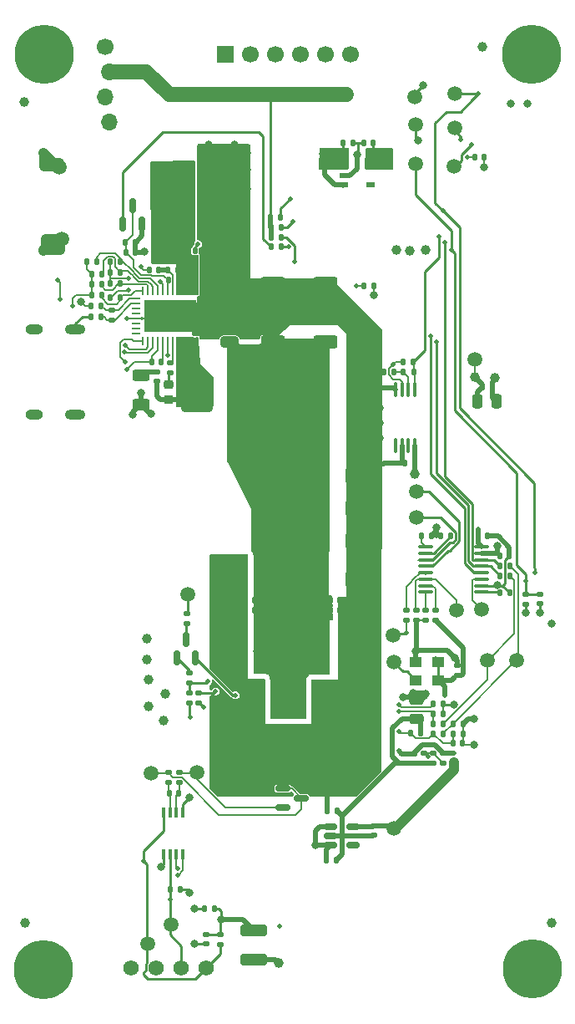
<source format=gbr>
%TF.GenerationSoftware,KiCad,Pcbnew,9.0.2*%
%TF.CreationDate,2025-06-20T12:19:23+03:00*%
%TF.ProjectId,BitshokaNiniV1.1,42697473-686f-46b6-914e-696e6956312e,rev?*%
%TF.SameCoordinates,Original*%
%TF.FileFunction,Copper,L1,Top*%
%TF.FilePolarity,Positive*%
%FSLAX46Y46*%
G04 Gerber Fmt 4.6, Leading zero omitted, Abs format (unit mm)*
G04 Created by KiCad (PCBNEW 9.0.2) date 2025-06-20 12:19:23*
%MOMM*%
%LPD*%
G01*
G04 APERTURE LIST*
G04 Aperture macros list*
%AMRoundRect*
0 Rectangle with rounded corners*
0 $1 Rounding radius*
0 $2 $3 $4 $5 $6 $7 $8 $9 X,Y pos of 4 corners*
0 Add a 4 corners polygon primitive as box body*
4,1,4,$2,$3,$4,$5,$6,$7,$8,$9,$2,$3,0*
0 Add four circle primitives for the rounded corners*
1,1,$1+$1,$2,$3*
1,1,$1+$1,$4,$5*
1,1,$1+$1,$6,$7*
1,1,$1+$1,$8,$9*
0 Add four rect primitives between the rounded corners*
20,1,$1+$1,$2,$3,$4,$5,0*
20,1,$1+$1,$4,$5,$6,$7,0*
20,1,$1+$1,$6,$7,$8,$9,0*
20,1,$1+$1,$8,$9,$2,$3,0*%
G04 Aperture macros list end*
%TA.AperFunction,EtchedComponent*%
%ADD10C,0.000100*%
%TD*%
%TA.AperFunction,SMDPad,CuDef*%
%ADD11RoundRect,0.250000X-0.325000X-0.650000X0.325000X-0.650000X0.325000X0.650000X-0.325000X0.650000X0*%
%TD*%
%TA.AperFunction,SMDPad,CuDef*%
%ADD12RoundRect,0.250000X0.325000X0.650000X-0.325000X0.650000X-0.325000X-0.650000X0.325000X-0.650000X0*%
%TD*%
%TA.AperFunction,SMDPad,CuDef*%
%ADD13RoundRect,0.250000X0.650000X-0.325000X0.650000X0.325000X-0.650000X0.325000X-0.650000X-0.325000X0*%
%TD*%
%TA.AperFunction,SMDPad,CuDef*%
%ADD14RoundRect,0.195000X-1.005000X0.455000X-1.005000X-0.455000X1.005000X-0.455000X1.005000X0.455000X0*%
%TD*%
%TA.AperFunction,SMDPad,CuDef*%
%ADD15RoundRect,0.495000X1.155000X1.220000X-1.155000X1.220000X-1.155000X-1.220000X1.155000X-1.220000X0*%
%TD*%
%TA.AperFunction,SMDPad,CuDef*%
%ADD16C,1.500000*%
%TD*%
%TA.AperFunction,SMDPad,CuDef*%
%ADD17C,1.000000*%
%TD*%
%TA.AperFunction,ComponentPad*%
%ADD18O,2.100000X1.000000*%
%TD*%
%TA.AperFunction,ComponentPad*%
%ADD19O,1.800000X1.000000*%
%TD*%
%TA.AperFunction,ComponentPad*%
%ADD20C,1.574800*%
%TD*%
%TA.AperFunction,SMDPad,CuDef*%
%ADD21RoundRect,0.062500X0.062500X-0.337500X0.062500X0.337500X-0.062500X0.337500X-0.062500X-0.337500X0*%
%TD*%
%TA.AperFunction,SMDPad,CuDef*%
%ADD22RoundRect,0.062500X0.337500X-0.062500X0.337500X0.062500X-0.337500X0.062500X-0.337500X-0.062500X0*%
%TD*%
%TA.AperFunction,ComponentPad*%
%ADD23C,0.400000*%
%TD*%
%TA.AperFunction,SMDPad,CuDef*%
%ADD24R,5.300000X3.300000*%
%TD*%
%TA.AperFunction,SMDPad,CuDef*%
%ADD25RoundRect,0.135000X0.185000X-0.135000X0.185000X0.135000X-0.185000X0.135000X-0.185000X-0.135000X0*%
%TD*%
%TA.AperFunction,SMDPad,CuDef*%
%ADD26RoundRect,0.135000X0.135000X0.185000X-0.135000X0.185000X-0.135000X-0.185000X0.135000X-0.185000X0*%
%TD*%
%TA.AperFunction,SMDPad,CuDef*%
%ADD27RoundRect,0.195000X0.455000X1.005000X-0.455000X1.005000X-0.455000X-1.005000X0.455000X-1.005000X0*%
%TD*%
%TA.AperFunction,SMDPad,CuDef*%
%ADD28RoundRect,0.250000X-1.100000X0.325000X-1.100000X-0.325000X1.100000X-0.325000X1.100000X0.325000X0*%
%TD*%
%TA.AperFunction,SMDPad,CuDef*%
%ADD29RoundRect,0.140000X-0.140000X-0.170000X0.140000X-0.170000X0.140000X0.170000X-0.140000X0.170000X0*%
%TD*%
%TA.AperFunction,SMDPad,CuDef*%
%ADD30RoundRect,0.135000X-0.135000X-0.185000X0.135000X-0.185000X0.135000X0.185000X-0.135000X0.185000X0*%
%TD*%
%TA.AperFunction,SMDPad,CuDef*%
%ADD31R,0.250000X0.250000*%
%TD*%
%TA.AperFunction,SMDPad,CuDef*%
%ADD32RoundRect,0.140000X0.140000X0.170000X-0.140000X0.170000X-0.140000X-0.170000X0.140000X-0.170000X0*%
%TD*%
%TA.AperFunction,SMDPad,CuDef*%
%ADD33RoundRect,0.135000X-0.185000X0.135000X-0.185000X-0.135000X0.185000X-0.135000X0.185000X0.135000X0*%
%TD*%
%TA.AperFunction,SMDPad,CuDef*%
%ADD34RoundRect,0.250000X0.625000X-0.312500X0.625000X0.312500X-0.625000X0.312500X-0.625000X-0.312500X0*%
%TD*%
%TA.AperFunction,SMDPad,CuDef*%
%ADD35RoundRect,0.140000X-0.170000X0.140000X-0.170000X-0.140000X0.170000X-0.140000X0.170000X0.140000X0*%
%TD*%
%TA.AperFunction,SMDPad,CuDef*%
%ADD36RoundRect,0.250000X-0.250000X-0.475000X0.250000X-0.475000X0.250000X0.475000X-0.250000X0.475000X0*%
%TD*%
%TA.AperFunction,SMDPad,CuDef*%
%ADD37RoundRect,0.150000X0.150000X-0.587500X0.150000X0.587500X-0.150000X0.587500X-0.150000X-0.587500X0*%
%TD*%
%TA.AperFunction,SMDPad,CuDef*%
%ADD38RoundRect,0.250000X-0.325000X-1.100000X0.325000X-1.100000X0.325000X1.100000X-0.325000X1.100000X0*%
%TD*%
%TA.AperFunction,SMDPad,CuDef*%
%ADD39R,1.300000X1.100000*%
%TD*%
%TA.AperFunction,ComponentPad*%
%ADD40C,0.800000*%
%TD*%
%TA.AperFunction,ComponentPad*%
%ADD41C,6.000000*%
%TD*%
%TA.AperFunction,SMDPad,CuDef*%
%ADD42RoundRect,0.225000X-0.250000X0.225000X-0.250000X-0.225000X0.250000X-0.225000X0.250000X0.225000X0*%
%TD*%
%TA.AperFunction,SMDPad,CuDef*%
%ADD43R,0.400000X1.100000*%
%TD*%
%TA.AperFunction,SMDPad,CuDef*%
%ADD44RoundRect,0.150000X-0.512500X-0.150000X0.512500X-0.150000X0.512500X0.150000X-0.512500X0.150000X0*%
%TD*%
%TA.AperFunction,SMDPad,CuDef*%
%ADD45RoundRect,0.150000X-0.587500X-0.150000X0.587500X-0.150000X0.587500X0.150000X-0.587500X0.150000X0*%
%TD*%
%TA.AperFunction,ComponentPad*%
%ADD46R,1.700000X1.700000*%
%TD*%
%TA.AperFunction,ComponentPad*%
%ADD47C,1.700000*%
%TD*%
%TA.AperFunction,SMDPad,CuDef*%
%ADD48RoundRect,0.100000X-0.637500X-0.100000X0.637500X-0.100000X0.637500X0.100000X-0.637500X0.100000X0*%
%TD*%
%TA.AperFunction,SMDPad,CuDef*%
%ADD49RoundRect,0.140000X0.170000X-0.140000X0.170000X0.140000X-0.170000X0.140000X-0.170000X-0.140000X0*%
%TD*%
%TA.AperFunction,SMDPad,CuDef*%
%ADD50RoundRect,0.100000X-0.100000X0.637500X-0.100000X-0.637500X0.100000X-0.637500X0.100000X0.637500X0*%
%TD*%
%TA.AperFunction,SMDPad,CuDef*%
%ADD51RoundRect,0.250000X0.475000X-0.250000X0.475000X0.250000X-0.475000X0.250000X-0.475000X-0.250000X0*%
%TD*%
%TA.AperFunction,SMDPad,CuDef*%
%ADD52R,0.952500X0.558800*%
%TD*%
%TA.AperFunction,ComponentPad*%
%ADD53O,1.700000X1.700000*%
%TD*%
%TA.AperFunction,ViaPad*%
%ADD54C,0.800000*%
%TD*%
%TA.AperFunction,ViaPad*%
%ADD55C,1.000000*%
%TD*%
%TA.AperFunction,ViaPad*%
%ADD56C,0.500000*%
%TD*%
%TA.AperFunction,ViaPad*%
%ADD57C,1.200000*%
%TD*%
%TA.AperFunction,Conductor*%
%ADD58C,0.508000*%
%TD*%
%TA.AperFunction,Conductor*%
%ADD59C,0.200000*%
%TD*%
%TA.AperFunction,Conductor*%
%ADD60C,1.000000*%
%TD*%
%TA.AperFunction,Conductor*%
%ADD61C,0.254000*%
%TD*%
%TA.AperFunction,Conductor*%
%ADD62C,0.506000*%
%TD*%
%TA.AperFunction,Conductor*%
%ADD63C,1.500000*%
%TD*%
G04 APERTURE END LIST*
%TO.C,T1*%
D10*
X90654500Y-77715000D02*
X90724500Y-77715000D01*
X90724500Y-77965000D01*
X90654500Y-77965000D01*
X90654500Y-77715000D01*
%TA.AperFunction,EtchedComponent*%
G36*
X90654500Y-77715000D02*
G01*
X90724500Y-77715000D01*
X90724500Y-77965000D01*
X90654500Y-77965000D01*
X90654500Y-77715000D01*
G37*
%TD.AperFunction*%
%TD*%
D11*
%TO.P,C35,1*%
%TO.N,/VDD*%
X109050000Y-104300000D03*
%TO.P,C35,2*%
%TO.N,GND*%
X112000000Y-104300000D03*
%TD*%
D12*
%TO.P,C43,1*%
%TO.N,/VDD*%
X103050000Y-104300000D03*
%TO.P,C43,2*%
%TO.N,GND*%
X100100000Y-104300000D03*
%TD*%
D11*
%TO.P,C17,1*%
%TO.N,/VDD*%
X109050000Y-97100000D03*
%TO.P,C17,2*%
%TO.N,GND*%
X112000000Y-97100000D03*
%TD*%
%TO.P,C16,1*%
%TO.N,/VDD*%
X109050000Y-93800000D03*
%TO.P,C16,2*%
%TO.N,GND*%
X112000000Y-93800000D03*
%TD*%
%TO.P,C15,1*%
%TO.N,/VDD*%
X109050000Y-100400000D03*
%TO.P,C15,2*%
%TO.N,GND*%
X112000000Y-100400000D03*
%TD*%
D13*
%TO.P,C14,1*%
%TO.N,/VDD*%
X99600000Y-80250000D03*
%TO.P,C14,2*%
%TO.N,GND*%
X99600000Y-77300000D03*
%TD*%
D14*
%TO.P,C18,1*%
%TO.N,/VDD*%
X104000000Y-80250000D03*
%TO.P,C18,2*%
%TO.N,GND*%
X104000000Y-74250000D03*
%TD*%
D15*
%TO.P,L1,1,1*%
%TO.N,/Power/SW*%
X96300000Y-85600000D03*
%TO.P,L1,2,2*%
%TO.N,/VDD*%
X104200000Y-85600000D03*
%TD*%
D16*
%TO.P,VIN1,1,1*%
%TO.N,/5V*%
X82600000Y-69800000D03*
%TD*%
%TO.P,VDD1,1,1*%
%TO.N,/VDD*%
X100900000Y-91900000D03*
%TD*%
D17*
%TO.P,TXD2,1,1*%
%TO.N,Net-(TXD2-Pad1)*%
X91200000Y-110300000D03*
%TD*%
D16*
%TO.P,TXD1,1,1*%
%TO.N,/KF1950/TXD*%
X116200000Y-109900000D03*
%TD*%
%TO.P,TEMP_P1,1,1*%
%TO.N,/Fan/TEMP_P*%
X96300000Y-123800000D03*
%TD*%
%TO.P,TEMP_N1,1,1*%
%TO.N,/Fan/TEMP_N*%
X91600000Y-123900000D03*
%TD*%
D17*
%TO.P,RXD2,1,1*%
%TO.N,Net-(RXD2-Pad1)*%
X91400000Y-114400000D03*
%TD*%
D16*
%TO.P,RXD1,1,1*%
%TO.N,/KF1950/RXD*%
X125800000Y-112500000D03*
%TD*%
%TO.P,RST1,1,1*%
%TO.N,/KF1950/{slash}RST*%
X128700000Y-112500000D03*
%TD*%
%TO.P,P_TX1,1,1*%
%TO.N,/ESP32/P_TX*%
X122400000Y-62400000D03*
%TD*%
%TO.P,P_RX1,1,1*%
%TO.N,/ESP32/P_RX*%
X122500000Y-58500000D03*
%TD*%
%TO.P,PROG_3V3,1,1*%
%TO.N,/3V3*%
X118500000Y-58200000D03*
%TD*%
%TO.P,LO1,1,1*%
%TO.N,Net-(U9-A4)*%
X122600000Y-107400000D03*
%TD*%
%TO.P,HI1,1,1*%
%TO.N,Net-(U9-B4)*%
X125200000Y-107300000D03*
%TD*%
%TO.P,GND3,1,1*%
%TO.N,GND*%
X118400000Y-55400000D03*
%TD*%
%TO.P,GND2,1,1*%
%TO.N,GND*%
X82300000Y-62500000D03*
%TD*%
%TO.P,GND1,1,1*%
%TO.N,GND*%
X113600000Y-78700000D03*
%TD*%
%TO.P,FANTACH1,1,1*%
%TO.N,/Fan/FAN_TACH*%
X93700000Y-139200000D03*
%TD*%
%TO.P,FANPWM1,1,1*%
%TO.N,/Fan/FAN_PWM*%
X91300000Y-141200000D03*
%TD*%
%TO.P,ESP_3V3,1,1*%
%TO.N,/3V3*%
X124500000Y-82000000D03*
%TD*%
%TO.P,EN1,1,1*%
%TO.N,/ESP32/EN*%
X118500000Y-62200000D03*
%TD*%
D17*
%TO.P,DIR_LO1,1,1*%
%TO.N,Net-(DIR_LO1-Pad1)*%
X92900000Y-118600000D03*
%TD*%
%TO.P,DIR_HI1,1,1*%
%TO.N,Net-(DIR_HI1-Pad1)*%
X91400000Y-117100000D03*
%TD*%
%TO.P,CTSI1,1,1*%
%TO.N,Net-(CTSI1-Pad1)*%
X91200000Y-112400000D03*
%TD*%
D16*
%TO.P,CLK1,1,1*%
%TO.N,/KF1950/CLKI*%
X116300000Y-112600000D03*
%TD*%
D17*
%TO.P,0.9V1,1,1*%
%TO.N,Net-(0.9V1-Pad1)*%
X93100000Y-115900000D03*
%TD*%
%TO.P,FID1,*%
%TO.N,*%
X78740000Y-55905400D03*
%TD*%
%TO.P,FID2,*%
%TO.N,*%
X125272800Y-50292000D03*
%TD*%
%TO.P,FID3,*%
%TO.N,*%
X78841600Y-139065000D03*
%TD*%
%TO.P,FID4,*%
%TO.N,*%
X132257800Y-139065000D03*
%TD*%
D18*
%TO.P,J5,S1,SHIELD*%
%TO.N,GND*%
X83970000Y-87580000D03*
D19*
X79790000Y-87580000D03*
D18*
X83970000Y-78940000D03*
D19*
X79790000Y-78940000D03*
%TD*%
D20*
%TO.P,J6,1,Pin_1*%
%TO.N,GND*%
X89621000Y-143622000D03*
%TO.P,J6,2,Pin_2*%
%TO.N,/5V*%
X92161000Y-143622000D03*
%TO.P,J6,3,Pin_3*%
%TO.N,/Fan/FAN_TACH*%
X94701000Y-143622000D03*
%TO.P,J6,4,Pin_4*%
%TO.N,/Fan/FAN_PWM*%
X97241000Y-143622000D03*
%TD*%
D21*
%TO.P,U2,1,PGD*%
%TO.N,/Power/PGOOD*%
X90830000Y-80090000D03*
%TO.P,U2,2,PMB_DATA*%
%TO.N,/SDA*%
X91330000Y-80090000D03*
%TO.P,U2,3,PMB_CLK*%
%TO.N,/SCL*%
X91830000Y-80090000D03*
%TO.P,U2,4,BP1V5*%
%TO.N,Net-(U2-BP1V5)*%
X92330000Y-80090000D03*
%TO.P,U2,5,DRTN*%
%TO.N,Net-(U2-DRTN)*%
X92830000Y-80090000D03*
%TO.P,U2,6,SMB_ALRT*%
%TO.N,/Power/PMB_ALRT*%
X93330000Y-80090000D03*
%TO.P,U2,7,BOOT*%
%TO.N,Net-(U2-BOOT)*%
X93830000Y-80090000D03*
%TO.P,U2,8,SW*%
%TO.N,/Power/SW*%
X94330000Y-80090000D03*
%TO.P,U2,9,SW*%
X94830000Y-80090000D03*
%TO.P,U2,10,SW*%
X95330000Y-80090000D03*
%TO.P,U2,11,SW*%
X95830000Y-80090000D03*
%TO.P,U2,12,SW*%
X96330000Y-80090000D03*
D22*
%TO.P,U2,13,PGND*%
%TO.N,GND*%
X97080000Y-79340000D03*
%TO.P,U2,14,PGND*%
X97080000Y-78840000D03*
%TO.P,U2,15,PGND*%
X97080000Y-78340000D03*
%TO.P,U2,16,PGND*%
X97080000Y-77840000D03*
%TO.P,U2,17,PGND*%
X97080000Y-77340000D03*
%TO.P,U2,18,PGND*%
X97080000Y-76840000D03*
%TO.P,U2,19,PGND*%
X97080000Y-76340000D03*
%TO.P,U2,20,PGND*%
X97080000Y-75840000D03*
D21*
%TO.P,U2,21,PVIN*%
%TO.N,/5V*%
X96330000Y-75090000D03*
%TO.P,U2,22,PVIN*%
X95830000Y-75090000D03*
%TO.P,U2,23,PVIN*%
X95330000Y-75090000D03*
%TO.P,U2,24,PVIN*%
X94830000Y-75090000D03*
%TO.P,U2,25,PVIN*%
X94330000Y-75090000D03*
%TO.P,U2,26,AVIN*%
%TO.N,Net-(U2-AVIN)*%
X93830000Y-75090000D03*
%TO.P,U2,27,EN/UVLO*%
%TO.N,Net-(Q4-C)*%
X93330000Y-75090000D03*
%TO.P,U2,28,VDD5*%
%TO.N,Net-(U2-VDD5)*%
X92830000Y-75090000D03*
%TO.P,U2,29,MSEL2*%
%TO.N,Net-(U2-MSEL2)*%
X92330000Y-75090000D03*
%TO.P,U2,30,VSEL*%
%TO.N,Net-(U2-VSEL)*%
X91830000Y-75090000D03*
%TO.P,U2,31,ADRSEL*%
%TO.N,Net-(U2-ADRSEL)*%
X91330000Y-75090000D03*
%TO.P,U2,32,MSEL1*%
%TO.N,Net-(U2-MSEL1)*%
X90830000Y-75090000D03*
D22*
%TO.P,U2,33,VOSNS*%
%TO.N,Net-(U2-VOSNS)*%
X90080000Y-75840000D03*
%TO.P,U2,34,GOSNS*%
%TO.N,Net-(U2-GOSNS)*%
X90080000Y-76340000D03*
%TO.P,U2,35,VSHARE*%
%TO.N,unconnected-(U2-VSHARE-Pad35)*%
X90080000Y-76840000D03*
%TO.P,U2,36,NC*%
%TO.N,unconnected-(U2-NC-Pad36)*%
X90080000Y-77340000D03*
%TO.P,U2,37,AGND*%
%TO.N,/Power/AGND*%
X90080000Y-77840000D03*
%TO.P,U2,38,SYNC*%
%TO.N,unconnected-(U2-SYNC-Pad38)*%
X90080000Y-78340000D03*
%TO.P,U2,39,BCX_CLK*%
%TO.N,unconnected-(U2-BCX_CLK-Pad39)*%
X90080000Y-78840000D03*
%TO.P,U2,40,BCX_DAT*%
%TO.N,unconnected-(U2-BCX_DAT-Pad40)*%
X90080000Y-79340000D03*
D23*
%TO.P,U2,41,PAD*%
%TO.N,GND*%
X92180000Y-78870000D03*
X93580000Y-78870000D03*
X94980000Y-78870000D03*
X91180000Y-77590000D03*
X92180000Y-77590000D03*
X93580000Y-77590000D03*
D24*
X93580000Y-77590000D03*
D23*
X94980000Y-77590000D03*
X95980000Y-77590000D03*
X92180000Y-76310000D03*
X93580000Y-76310000D03*
X94980000Y-76310000D03*
%TD*%
D25*
%TO.P,R77,1*%
%TO.N,/KF1950/1V8*%
X120536590Y-108408410D03*
%TO.P,R77,2*%
%TO.N,Net-(U9-DIR3)*%
X120536590Y-107388410D03*
%TD*%
D26*
%TO.P,R74,1*%
%TO.N,Net-(U4-GPIO2{slash}TOUCH2{slash}ADC1_CH1)*%
X118270000Y-83250000D03*
%TO.P,R74,2*%
%TO.N,Net-(U23A--)*%
X117250000Y-83250000D03*
%TD*%
D27*
%TO.P,C20,1*%
%TO.N,/VDD*%
X107500000Y-84100000D03*
%TO.P,C20,2*%
%TO.N,GND*%
X113500000Y-84100000D03*
%TD*%
D26*
%TO.P,R21,1*%
%TO.N,GND*%
X128036590Y-105638410D03*
%TO.P,R21,2*%
%TO.N,Net-(U9-OE)*%
X127016590Y-105638410D03*
%TD*%
D28*
%TO.P,C51,1*%
%TO.N,/5V*%
X102045000Y-139815000D03*
%TO.P,C51,2*%
%TO.N,GND*%
X102045000Y-142765000D03*
%TD*%
D29*
%TO.P,C9,1*%
%TO.N,/5V*%
X96090000Y-73000000D03*
%TO.P,C9,2*%
%TO.N,GND*%
X97050000Y-73000000D03*
%TD*%
D30*
%TO.P,R80,1*%
%TO.N,/3V3*%
X103800000Y-69600000D03*
%TO.P,R80,2*%
%TO.N,/Power/PMB_ALRT*%
X104820000Y-69600000D03*
%TD*%
D26*
%TO.P,R35,1*%
%TO.N,/KF1950/LDO_GND*%
X110500000Y-127750000D03*
%TO.P,R35,2*%
%TO.N,GND*%
X109480000Y-127750000D03*
%TD*%
D31*
%TO.P,T1,1*%
%TO.N,/Power/AGND*%
X90535000Y-77840000D03*
%TO.P,T1,2*%
%TO.N,GND*%
X90845000Y-77840000D03*
%TD*%
D25*
%TO.P,R38,1*%
%TO.N,Net-(R38-Pad1)*%
X96500000Y-116770000D03*
%TO.P,R38,2*%
%TO.N,Net-(R38-Pad2)*%
X96500000Y-115750000D03*
%TD*%
D32*
%TO.P,C40,1*%
%TO.N,/VDD*%
X102100000Y-107400000D03*
%TO.P,C40,2*%
%TO.N,GND*%
X101140000Y-107400000D03*
%TD*%
D33*
%TO.P,R23,1,1*%
%TO.N,/Fan/TEMP_P*%
X94520000Y-123850000D03*
%TO.P,R23,2,2*%
%TO.N,/Fan/TEMP_DP*%
X94520000Y-124870000D03*
%TD*%
D25*
%TO.P,R33,1*%
%TO.N,Net-(C31-Pad1)*%
X121286590Y-122888410D03*
%TO.P,R33,2*%
%TO.N,/KF1950/1V8*%
X121286590Y-121868410D03*
%TD*%
D29*
%TO.P,C39,1*%
%TO.N,/VDD*%
X109840000Y-107400000D03*
%TO.P,C39,2*%
%TO.N,GND*%
X110800000Y-107400000D03*
%TD*%
D34*
%TO.P,R12,1*%
%TO.N,GND*%
X90600000Y-86525000D03*
%TO.P,R12,2*%
%TO.N,Net-(C11-Pad1)*%
X90600000Y-83600000D03*
%TD*%
D25*
%TO.P,R78,1*%
%TO.N,GND*%
X119536590Y-108408410D03*
%TO.P,R78,2*%
%TO.N,Net-(U9-DIR4)*%
X119536590Y-107388410D03*
%TD*%
D35*
%TO.P,C13,1*%
%TO.N,Net-(U2-VOSNS)*%
X87630000Y-77010000D03*
%TO.P,C13,2*%
%TO.N,Net-(U2-GOSNS)*%
X87630000Y-77970000D03*
%TD*%
D26*
%TO.P,R29,1*%
%TO.N,GND*%
X121306590Y-117888410D03*
%TO.P,R29,2*%
%TO.N,Net-(R28-Pad2)*%
X120286590Y-117888410D03*
%TD*%
D30*
%TO.P,R1,1*%
%TO.N,Net-(U2-BP1V5)*%
X85590000Y-75500000D03*
%TO.P,R1,2*%
%TO.N,Net-(U2-MSEL1)*%
X86610000Y-75500000D03*
%TD*%
D26*
%TO.P,R11,1*%
%TO.N,/5V*%
X94390000Y-72930000D03*
%TO.P,R11,2*%
%TO.N,Net-(U2-AVIN)*%
X93370000Y-72930000D03*
%TD*%
D36*
%TO.P,C24,1*%
%TO.N,/3V3*%
X124750000Y-86250000D03*
%TO.P,C24,2*%
%TO.N,GND*%
X126650000Y-86250000D03*
%TD*%
D29*
%TO.P,C10,1*%
%TO.N,Net-(U2-VDD5)*%
X96105636Y-70993183D03*
%TO.P,C10,2*%
%TO.N,GND*%
X97065636Y-70993183D03*
%TD*%
D26*
%TO.P,R31,1*%
%TO.N,/KF1950/{slash}RST*%
X121286590Y-119888410D03*
%TO.P,R31,2*%
%TO.N,Net-(C27-Pad2)*%
X120266590Y-119888410D03*
%TD*%
D30*
%TO.P,R72,1*%
%TO.N,GND*%
X115230000Y-83250000D03*
%TO.P,R72,2*%
%TO.N,Net-(U23A--)*%
X116250000Y-83250000D03*
%TD*%
%TO.P,R2,1*%
%TO.N,Net-(U2-BP1V5)*%
X85110000Y-72100000D03*
%TO.P,R2,2*%
%TO.N,Net-(U2-MSEL2)*%
X86130000Y-72100000D03*
%TD*%
D37*
%TO.P,Q4,1,B*%
%TO.N,Net-(Q4-B)*%
X88800000Y-68250000D03*
%TO.P,Q4,2,E*%
%TO.N,GND*%
X90700000Y-68250000D03*
%TO.P,Q4,3,C*%
%TO.N,Net-(Q4-C)*%
X89750000Y-66375000D03*
%TD*%
D38*
%TO.P,C4,1*%
%TO.N,/5V*%
X95125000Y-66550000D03*
%TO.P,C4,2*%
%TO.N,GND*%
X98075000Y-66550000D03*
%TD*%
D29*
%TO.P,C6,1*%
%TO.N,/5V*%
X96090000Y-74000000D03*
%TO.P,C6,2*%
%TO.N,GND*%
X97050000Y-74000000D03*
%TD*%
D26*
%TO.P,R30,1*%
%TO.N,GND*%
X123286590Y-118888410D03*
%TO.P,R30,2*%
%TO.N,/KF1950/{slash}RST*%
X122266590Y-118888410D03*
%TD*%
D29*
%TO.P,C25,1*%
%TO.N,/3V3*%
X125290000Y-84750000D03*
%TO.P,C25,2*%
%TO.N,GND*%
X126250000Y-84750000D03*
%TD*%
D39*
%TO.P,U7,1,EN*%
%TO.N,/KF1950/1V8*%
X120800000Y-112600000D03*
%TO.P,U7,2,GND*%
%TO.N,GND*%
X118500000Y-112600000D03*
%TO.P,U7,3,OUT*%
%TO.N,/KF1950/CLKI*%
X118500000Y-114500000D03*
%TO.P,U7,4,VIN*%
%TO.N,/KF1950/1V8*%
X120800000Y-114500000D03*
%TD*%
D32*
%TO.P,C27,1*%
%TO.N,/KF1950/LDO_GND*%
X118960000Y-119800000D03*
%TO.P,C27,2*%
%TO.N,Net-(C27-Pad2)*%
X118000000Y-119800000D03*
%TD*%
D40*
%TO.P,H1,1,1*%
%TO.N,GND*%
X127985010Y-51120990D03*
X128644020Y-49530000D03*
X128644020Y-52711980D03*
X130235010Y-48870990D03*
D41*
X130235010Y-51120990D03*
D40*
X130235010Y-53370990D03*
X131826000Y-49530000D03*
X131826000Y-52711980D03*
X132485010Y-51120990D03*
%TD*%
D26*
%TO.P,R7,1*%
%TO.N,Net-(U2-ADRSEL)*%
X88520000Y-74320000D03*
%TO.P,R7,2*%
%TO.N,/Power/AGND*%
X87500000Y-74320000D03*
%TD*%
D35*
%TO.P,C29,1*%
%TO.N,GND*%
X122680000Y-113010000D03*
%TO.P,C29,2*%
%TO.N,/KF1950/1V8*%
X122680000Y-113970000D03*
%TD*%
D25*
%TO.P,R36,1*%
%TO.N,/VDD*%
X95500000Y-114770000D03*
%TO.P,R36,2*%
%TO.N,Net-(Q1-B)*%
X95500000Y-113750000D03*
%TD*%
D42*
%TO.P,C12,1*%
%TO.N,Net-(C12-Pad1)*%
X93400000Y-84500000D03*
%TO.P,C12,2*%
%TO.N,/Power/SW*%
X93400000Y-86050000D03*
%TD*%
D30*
%TO.P,R19,1*%
%TO.N,/ESP_TXD*%
X127036590Y-103888410D03*
%TO.P,R19,2*%
%TO.N,/KF1950/RXD*%
X128056590Y-103888410D03*
%TD*%
D16*
%TO.P,TXD_LO1,1,1*%
%TO.N,/KF1950/TXD_1V8*%
X118600000Y-95400000D03*
%TD*%
D25*
%TO.P,R25,1*%
%TO.N,/Fan/FAN_PWM*%
X98640000Y-141260000D03*
%TO.P,R25,2*%
%TO.N,/5V*%
X98640000Y-140240000D03*
%TD*%
D35*
%TO.P,C22,1*%
%TO.N,/ESP32/EN*%
X131105000Y-105770000D03*
%TO.P,C22,2*%
%TO.N,GND*%
X131105000Y-106730000D03*
%TD*%
D29*
%TO.P,C74,1*%
%TO.N,Net-(U4-GPIO2{slash}TOUCH2{slash}ADC1_CH1)*%
X124500000Y-61500000D03*
%TO.P,C74,2*%
%TO.N,GND*%
X125460000Y-61500000D03*
%TD*%
D43*
%TO.P,U10,1,VDD*%
%TO.N,/3V3*%
X94870000Y-127840000D03*
%TO.P,U10,2,DP*%
%TO.N,/Fan/TEMP_DP*%
X94220000Y-127840000D03*
%TO.P,U10,3,DN*%
%TO.N,/Fan/TEMP_DN*%
X93570000Y-127840000D03*
%TO.P,U10,4,FAN*%
%TO.N,/Fan/FAN_PWM*%
X92920000Y-127840000D03*
%TO.P,U10,5,GND*%
%TO.N,GND*%
X92920000Y-132140000D03*
%TO.P,U10,6,ALERT/TACH*%
%TO.N,/Fan/FAN_TACH*%
X93570000Y-132140000D03*
%TO.P,U10,7,SMDATA*%
%TO.N,/SDA*%
X94220000Y-132140000D03*
%TO.P,U10,8,SMCLK*%
%TO.N,/SCL*%
X94870000Y-132140000D03*
%TD*%
D29*
%TO.P,C8,1*%
%TO.N,Net-(Q4-C)*%
X89080000Y-71130000D03*
%TO.P,C8,2*%
%TO.N,GND*%
X90040000Y-71130000D03*
%TD*%
D30*
%TO.P,R5,1*%
%TO.N,/Power/AGND*%
X87490000Y-75720000D03*
%TO.P,R5,2*%
%TO.N,Net-(U2-MSEL1)*%
X88510000Y-75720000D03*
%TD*%
D26*
%TO.P,R6,1*%
%TO.N,Net-(U2-MSEL2)*%
X88510000Y-72100000D03*
%TO.P,R6,2*%
%TO.N,/Power/AGND*%
X87490000Y-72100000D03*
%TD*%
D30*
%TO.P,R82,1*%
%TO.N,/3V3*%
X103780000Y-67600000D03*
%TO.P,R82,2*%
%TO.N,/SCL*%
X104800000Y-67600000D03*
%TD*%
D44*
%TO.P,U5,1,IN*%
%TO.N,/5V*%
X109843500Y-129279000D03*
%TO.P,U5,2,GND*%
%TO.N,/KF1950/LDO_GND*%
X109843500Y-130229000D03*
%TO.P,U5,3,EN*%
%TO.N,/5V*%
X109843500Y-131179000D03*
%TO.P,U5,4,BP*%
%TO.N,unconnected-(U5-BP-Pad4)*%
X112118500Y-131179000D03*
%TO.P,U5,5,OUT*%
%TO.N,/KF1950/1V8*%
X112118500Y-129279000D03*
%TD*%
D40*
%TO.P,H3,1,1*%
%TO.N,GND*%
X128052000Y-143728000D03*
X128711010Y-142137010D03*
X128711010Y-145318990D03*
X130302000Y-141478000D03*
D41*
X130302000Y-143728000D03*
D40*
X130302000Y-145978000D03*
X131892990Y-142137010D03*
X131892990Y-145318990D03*
X132552000Y-143728000D03*
%TD*%
D29*
%TO.P,C49,1*%
%TO.N,/3V3*%
X127036590Y-101888410D03*
%TO.P,C49,2*%
%TO.N,GND*%
X127996590Y-101888410D03*
%TD*%
D32*
%TO.P,C73,1*%
%TO.N,/3V3*%
X118364000Y-92456000D03*
%TO.P,C73,2*%
%TO.N,GND*%
X117404000Y-92456000D03*
%TD*%
D45*
%TO.P,Q3,1,B*%
%TO.N,/Fan/TEMP_N*%
X105002600Y-125450000D03*
%TO.P,Q3,2,E*%
%TO.N,/Fan/TEMP_P*%
X105002600Y-127350000D03*
%TO.P,Q3,3,C*%
%TO.N,/Fan/TEMP_N*%
X106877600Y-126400000D03*
%TD*%
D26*
%TO.P,R9,1*%
%TO.N,/5V*%
X94400000Y-73990000D03*
%TO.P,R9,2*%
%TO.N,Net-(Q4-C)*%
X93380000Y-73990000D03*
%TD*%
D29*
%TO.P,C38,1*%
%TO.N,/VDD*%
X109840000Y-106400000D03*
%TO.P,C38,2*%
%TO.N,GND*%
X110800000Y-106400000D03*
%TD*%
D32*
%TO.P,C23,1*%
%TO.N,/3V3*%
X114200000Y-60030000D03*
%TO.P,C23,2*%
%TO.N,GND*%
X113240000Y-60030000D03*
%TD*%
D14*
%TO.P,C19,1*%
%TO.N,/VDD*%
X109300000Y-80250000D03*
%TO.P,C19,2*%
%TO.N,GND*%
X109300000Y-74250000D03*
%TD*%
D30*
%TO.P,R4,1*%
%TO.N,Net-(U2-BP1V5)*%
X85590000Y-73360000D03*
%TO.P,R4,2*%
%TO.N,Net-(U2-VSEL)*%
X86610000Y-73360000D03*
%TD*%
D25*
%TO.P,R17,1*%
%TO.N,GND*%
X118536590Y-108408410D03*
%TO.P,R17,2*%
%TO.N,Net-(U9-A4)*%
X118536590Y-107388410D03*
%TD*%
D29*
%TO.P,C7,1*%
%TO.N,/5V*%
X96110000Y-72000000D03*
%TO.P,C7,2*%
%TO.N,GND*%
X97070000Y-72000000D03*
%TD*%
D46*
%TO.P,J4,1,Pin_1*%
%TO.N,/5V*%
X99171505Y-51054000D03*
D47*
%TO.P,J4,2,Pin_2*%
%TO.N,GND*%
X101711505Y-51054000D03*
%TO.P,J4,3,Pin_3*%
%TO.N,Net-(J4-Pin_3)*%
X104251505Y-51054000D03*
%TO.P,J4,4,Pin_4*%
%TO.N,Net-(J4-Pin_4)*%
X106791505Y-51054000D03*
%TO.P,J4,5,Pin_5*%
%TO.N,Net-(J4-Pin_5)*%
X109331505Y-51054000D03*
%TO.P,J4,6,Pin_6*%
%TO.N,Net-(J4-Pin_6)*%
X111871505Y-51054000D03*
%TD*%
D40*
%TO.P,H4,1,1*%
%TO.N,GND*%
X78455010Y-143830990D03*
X79114020Y-142240000D03*
X79114020Y-145421980D03*
X80705010Y-141580990D03*
D41*
X80705010Y-143830990D03*
D40*
X80705010Y-146080990D03*
X82296000Y-142240000D03*
X82296000Y-145421980D03*
X82955010Y-143830990D03*
%TD*%
D26*
%TO.P,R13,1*%
%TO.N,Net-(U2-GOSNS)*%
X86600000Y-77640000D03*
%TO.P,R13,2*%
%TO.N,GND*%
X85580000Y-77640000D03*
%TD*%
D35*
%TO.P,C53,1*%
%TO.N,/5V*%
X97200000Y-140250000D03*
%TO.P,C53,2*%
%TO.N,GND*%
X97200000Y-141210000D03*
%TD*%
D26*
%TO.P,R27,1*%
%TO.N,GND*%
X121306590Y-116888410D03*
%TO.P,R27,2*%
%TO.N,/KF1950/CTSI_1V8*%
X120286590Y-116888410D03*
%TD*%
D16*
%TO.P,RST_LO1,1,1*%
%TO.N,/KF1950/RST_N_1V8*%
X118600000Y-98000000D03*
%TD*%
D30*
%TO.P,R73,1*%
%TO.N,/VDD*%
X117230000Y-82250000D03*
%TO.P,R73,2*%
%TO.N,Net-(U4-GPIO2{slash}TOUCH2{slash}ADC1_CH1)*%
X118250000Y-82250000D03*
%TD*%
D32*
%TO.P,C28,1*%
%TO.N,GND*%
X123246590Y-120888410D03*
%TO.P,C28,2*%
%TO.N,Net-(C27-Pad2)*%
X122286590Y-120888410D03*
%TD*%
D48*
%TO.P,U9,1,DIR1*%
%TO.N,Net-(U9-DIR1)*%
X119464090Y-100993410D03*
%TO.P,U9,2,DIR2*%
%TO.N,Net-(U9-DIR2)*%
X119464090Y-101643410D03*
%TO.P,U9,3,A1*%
%TO.N,/KF1950/RST_N_1V8*%
X119464090Y-102293410D03*
%TO.P,U9,4,A2*%
%TO.N,/KF1950/TXD_1V8*%
X119464090Y-102943410D03*
%TO.P,U9,5,A3*%
%TO.N,/KF1950/RXD_1V8*%
X119464090Y-103593410D03*
%TO.P,U9,6,A4*%
%TO.N,Net-(U9-A4)*%
X119464090Y-104243410D03*
%TO.P,U9,7,DIR3*%
%TO.N,Net-(U9-DIR3)*%
X119464090Y-104893410D03*
%TO.P,U9,8,DIR4*%
%TO.N,Net-(U9-DIR4)*%
X119464090Y-105543410D03*
%TO.P,U9,9,OE*%
%TO.N,Net-(U9-OE)*%
X125189090Y-105543410D03*
%TO.P,U9,10,GND*%
%TO.N,GND*%
X125189090Y-104893410D03*
%TO.P,U9,11,B4*%
%TO.N,Net-(U9-B4)*%
X125189090Y-104243410D03*
%TO.P,U9,12,B3*%
%TO.N,/ESP_RXD*%
X125189090Y-103593410D03*
%TO.P,U9,13,B2*%
%TO.N,/ESP_TXD*%
X125189090Y-102943410D03*
%TO.P,U9,14,B1*%
%TO.N,/ESP_RST*%
X125189090Y-102293410D03*
%TO.P,U9,15,VCCB*%
%TO.N,/3V3*%
X125189090Y-101643410D03*
%TO.P,U9,16,VCCA*%
%TO.N,/KF1950/1V8*%
X125189090Y-100993410D03*
%TD*%
D26*
%TO.P,R18,1*%
%TO.N,/ESP32/{slash}TPS_EN*%
X104820000Y-70600000D03*
%TO.P,R18,2*%
%TO.N,Net-(Q4-B)*%
X103800000Y-70600000D03*
%TD*%
D25*
%TO.P,R34,1*%
%TO.N,/KF1950/LDO_GND*%
X119286590Y-122888410D03*
%TO.P,R34,2*%
%TO.N,Net-(C31-Pad1)*%
X119286590Y-121868410D03*
%TD*%
D26*
%TO.P,R28,1*%
%TO.N,/KF1950/RXD*%
X121286590Y-118888410D03*
%TO.P,R28,2*%
%TO.N,Net-(R28-Pad2)*%
X120266590Y-118888410D03*
%TD*%
D25*
%TO.P,R37,1*%
%TO.N,Net-(Q1-C)*%
X95250000Y-108770000D03*
%TO.P,R37,2*%
%TO.N,/KF1950/RST_DET*%
X95250000Y-107750000D03*
%TD*%
D30*
%TO.P,R24,1*%
%TO.N,/Fan/FAN_TACH*%
X93560000Y-135710000D03*
%TO.P,R24,2*%
%TO.N,/3V3*%
X94580000Y-135710000D03*
%TD*%
%TO.P,R76,1*%
%TO.N,GND*%
X121037721Y-99888127D03*
%TO.P,R76,2*%
%TO.N,Net-(U9-DIR2)*%
X122057721Y-99888127D03*
%TD*%
D32*
%TO.P,C5,1*%
%TO.N,Net-(U2-AVIN)*%
X92399253Y-72919077D03*
%TO.P,C5,2*%
%TO.N,/Power/AGND*%
X91439253Y-72919077D03*
%TD*%
D49*
%TO.P,C34,1*%
%TO.N,/KF1950/LDO_GND*%
X95500000Y-116750000D03*
%TO.P,C34,2*%
%TO.N,/VDD*%
X95500000Y-115790000D03*
%TD*%
D25*
%TO.P,R22,1,1*%
%TO.N,/Fan/TEMP_DN*%
X93380000Y-124870000D03*
%TO.P,R22,2,2*%
%TO.N,/Fan/TEMP_N*%
X93380000Y-123850000D03*
%TD*%
D30*
%TO.P,R32,1*%
%TO.N,Net-(C27-Pad2)*%
X122286590Y-119888410D03*
%TO.P,R32,2*%
%TO.N,GND*%
X123306590Y-119888410D03*
%TD*%
D29*
%TO.P,C26,1*%
%TO.N,/5V*%
X109440000Y-132739000D03*
%TO.P,C26,2*%
%TO.N,/KF1950/LDO_GND*%
X110400000Y-132739000D03*
%TD*%
D50*
%TO.P,U23,1*%
%TO.N,Net-(U4-GPIO2{slash}TOUCH2{slash}ADC1_CH1)*%
X118400000Y-85000000D03*
%TO.P,U23,2,-*%
%TO.N,Net-(U23A--)*%
X117750000Y-85000000D03*
%TO.P,U23,3,+*%
%TO.N,/VDD*%
X117100000Y-85000000D03*
%TO.P,U23,4,V-*%
%TO.N,GND*%
X116450000Y-85000000D03*
%TO.P,U23,5,+*%
%TO.N,unconnected-(U23B-+-Pad5)*%
X116450000Y-90725000D03*
%TO.P,U23,6,-*%
%TO.N,GND*%
X117100000Y-90725000D03*
%TO.P,U23,7*%
%TO.N,unconnected-(U23-Pad7)*%
X117750000Y-90725000D03*
%TO.P,U23,8,V+*%
%TO.N,/3V3*%
X118400000Y-90725000D03*
%TD*%
D29*
%TO.P,C47,1*%
%TO.N,/KF1950/1V8*%
X124826590Y-99888410D03*
%TO.P,C47,2*%
%TO.N,GND*%
X125786590Y-99888410D03*
%TD*%
D51*
%TO.P,C33,1*%
%TO.N,/KF1950/LDO_GND*%
X118536590Y-118388410D03*
%TO.P,C33,2*%
%TO.N,/VDD*%
X118536590Y-116488410D03*
%TD*%
D40*
%TO.P,H2,1,1*%
%TO.N,GND*%
X78558000Y-51054000D03*
X79217010Y-49463010D03*
X79217010Y-52644990D03*
X80808000Y-48804000D03*
D41*
X80808000Y-51054000D03*
D40*
X80808000Y-53304000D03*
X82398990Y-49463010D03*
X82398990Y-52644990D03*
X83058000Y-51054000D03*
%TD*%
D32*
%TO.P,C37,1*%
%TO.N,/VDD*%
X102100000Y-106400000D03*
%TO.P,C37,2*%
%TO.N,GND*%
X101140000Y-106400000D03*
%TD*%
%TO.P,C1,1*%
%TO.N,Net-(U2-DRTN)*%
X92650000Y-82220000D03*
%TO.P,C1,2*%
%TO.N,Net-(U2-BP1V5)*%
X91690000Y-82220000D03*
%TD*%
D30*
%TO.P,R26,1*%
%TO.N,/ESP_RST*%
X127036590Y-102888410D03*
%TO.P,R26,2*%
%TO.N,/KF1950/{slash}RST*%
X128056590Y-102888410D03*
%TD*%
D33*
%TO.P,R79,1*%
%TO.N,/KF1950/RXD_1V8*%
X117536590Y-107388410D03*
%TO.P,R79,2*%
%TO.N,/KF1950/TXD*%
X117536590Y-108408410D03*
%TD*%
D16*
%TO.P,RST_DET1,1,1*%
%TO.N,/KF1950/RST_DET*%
X95400000Y-105800000D03*
%TD*%
D37*
%TO.P,Q1,1,B*%
%TO.N,Net-(Q1-B)*%
X94250000Y-112250000D03*
%TO.P,Q1,2,E*%
%TO.N,Net-(Q1-E)*%
X96150000Y-112250000D03*
%TO.P,Q1,3,C*%
%TO.N,Net-(Q1-C)*%
X95200000Y-110375000D03*
%TD*%
D30*
%TO.P,R15,1*%
%TO.N,/Power/PGOOD*%
X113230000Y-74500000D03*
%TO.P,R15,2*%
%TO.N,/3V3*%
X114250000Y-74500000D03*
%TD*%
D27*
%TO.P,C72,1*%
%TO.N,/VDD*%
X107500000Y-89400000D03*
%TO.P,C72,2*%
%TO.N,GND*%
X113500000Y-89400000D03*
%TD*%
D38*
%TO.P,C3,1*%
%TO.N,/5V*%
X95125000Y-63300000D03*
%TO.P,C3,2*%
%TO.N,GND*%
X98075000Y-63300000D03*
%TD*%
D30*
%TO.P,R3,1*%
%TO.N,Net-(U2-BP1V5)*%
X85590000Y-74330000D03*
%TO.P,R3,2*%
%TO.N,Net-(U2-ADRSEL)*%
X86610000Y-74330000D03*
%TD*%
D32*
%TO.P,C50,1*%
%TO.N,/Fan/TEMP_DP*%
X94440000Y-125940000D03*
%TO.P,C50,2*%
%TO.N,/Fan/TEMP_DN*%
X93480000Y-125940000D03*
%TD*%
D26*
%TO.P,R10,1*%
%TO.N,Net-(U2-VSEL)*%
X88520000Y-73170000D03*
%TO.P,R10,2*%
%TO.N,/Power/AGND*%
X87500000Y-73170000D03*
%TD*%
D49*
%TO.P,C32,1*%
%TO.N,/KF1950/LDO_GND*%
X118286590Y-122888410D03*
%TO.P,C32,2*%
%TO.N,/KF1950/1V8*%
X118286590Y-121928410D03*
%TD*%
D26*
%TO.P,R75,1*%
%TO.N,GND*%
X120056590Y-99888410D03*
%TO.P,R75,2*%
%TO.N,Net-(U9-DIR1)*%
X119036590Y-99888410D03*
%TD*%
D30*
%TO.P,R81,1*%
%TO.N,/3V3*%
X103800000Y-68600000D03*
%TO.P,R81,2*%
%TO.N,/SDA*%
X104820000Y-68600000D03*
%TD*%
D25*
%TO.P,R20,1*%
%TO.N,Net-(C12-Pad1)*%
X93600000Y-83320000D03*
%TO.P,R20,2*%
%TO.N,Net-(U2-BOOT)*%
X93600000Y-82300000D03*
%TD*%
%TO.P,R16,1*%
%TO.N,/3V3*%
X129675000Y-106770000D03*
%TO.P,R16,2*%
%TO.N,/ESP32/EN*%
X129675000Y-105750000D03*
%TD*%
D32*
%TO.P,C52,1*%
%TO.N,/5V*%
X98040000Y-137640000D03*
%TO.P,C52,2*%
%TO.N,GND*%
X97080000Y-137640000D03*
%TD*%
D35*
%TO.P,C11,1*%
%TO.N,Net-(C11-Pad1)*%
X92200000Y-83240000D03*
%TO.P,C11,2*%
%TO.N,/Power/SW*%
X92200000Y-84200000D03*
%TD*%
D29*
%TO.P,C21,1*%
%TO.N,/5V*%
X111140000Y-60030000D03*
%TO.P,C21,2*%
%TO.N,GND*%
X112100000Y-60030000D03*
%TD*%
D30*
%TO.P,R14,1*%
%TO.N,/VDD*%
X85580000Y-76570000D03*
%TO.P,R14,2*%
%TO.N,Net-(U2-VOSNS)*%
X86600000Y-76570000D03*
%TD*%
D35*
%TO.P,C30,1*%
%TO.N,/KF1950/1V8*%
X114240000Y-129200000D03*
%TO.P,C30,2*%
%TO.N,/KF1950/LDO_GND*%
X114240000Y-130160000D03*
%TD*%
D16*
%TO.P,1V8,1,1*%
%TO.N,/KF1950/1V8*%
X116300000Y-129500000D03*
%TD*%
D36*
%TO.P,C2,1*%
%TO.N,/5V*%
X95650000Y-69350000D03*
%TO.P,C2,2*%
%TO.N,GND*%
X97550000Y-69350000D03*
%TD*%
D52*
%TO.P,U3,1,VIN*%
%TO.N,/5V*%
X111185050Y-62440200D03*
%TO.P,U3,2,GND*%
%TO.N,GND*%
X111185050Y-63380000D03*
%TO.P,U3,3,EN*%
%TO.N,/5V*%
X111185050Y-64319800D03*
%TO.P,U3,4,NC*%
%TO.N,unconnected-(U3-NC-Pad4)*%
X113940950Y-64319800D03*
%TO.P,U3,5,VOUT*%
%TO.N,/3V3*%
X113940950Y-62440200D03*
%TD*%
D35*
%TO.P,C31,1*%
%TO.N,Net-(C31-Pad1)*%
X120286590Y-121888410D03*
%TO.P,C31,2*%
%TO.N,/KF1950/LDO_GND*%
X120286590Y-122848410D03*
%TD*%
D47*
%TO.P,J3,1,Pin_1*%
%TO.N,GND*%
X87005000Y-50292000D03*
D53*
%TO.P,J3,2,Pin_2*%
%TO.N,/3V3*%
X87405000Y-52832000D03*
%TO.P,J3,3,Pin_3*%
%TO.N,/SCL*%
X87005000Y-55372000D03*
%TO.P,J3,4,Pin_4*%
%TO.N,/SDA*%
X87405000Y-57912000D03*
%TD*%
D23*
%TO.P,U8,21,VDD*%
%TO.N,/VDD*%
X108510562Y-112846000D03*
X108510562Y-113426000D03*
X107110562Y-115268511D03*
X107110562Y-117221000D03*
X106360562Y-114546000D03*
X106360562Y-115274627D03*
X106360562Y-116246000D03*
X106360562Y-117221000D03*
X106360562Y-117946000D03*
X105960562Y-112846000D03*
X105960562Y-113426000D03*
X105260562Y-112846000D03*
X105260562Y-113426000D03*
X104860562Y-114546000D03*
X104860562Y-115274627D03*
X104860562Y-116246000D03*
X104860562Y-117221000D03*
X104860562Y-117946000D03*
X104110562Y-115274627D03*
X104110562Y-117221000D03*
X102710562Y-112846000D03*
X102710562Y-113426000D03*
%TO.P,U8,22,VSS*%
%TO.N,GND*%
X108560562Y-116546000D03*
X108560562Y-119266000D03*
X108560562Y-120346000D03*
X105610562Y-119266000D03*
X105610562Y-120346000D03*
X102660562Y-116546000D03*
X102660562Y-119266000D03*
X102660562Y-120346000D03*
%TD*%
D16*
%TO.P,IO0,1,1*%
%TO.N,/ESP32/IO0*%
X122500000Y-55100000D03*
%TD*%
D30*
%TO.P,R8,1*%
%TO.N,Net-(Q4-C)*%
X89050000Y-70100000D03*
%TO.P,R8,2*%
%TO.N,GND*%
X90070000Y-70100000D03*
%TD*%
D54*
%TO.N,GND*%
X91000000Y-71100000D03*
X99300000Y-110000000D03*
X98600000Y-108300000D03*
X99900000Y-106800000D03*
X98300000Y-106800000D03*
X98300000Y-105500000D03*
X98300000Y-103900000D03*
X98300000Y-102300000D03*
X99900000Y-108100000D03*
X105500000Y-121250000D03*
X113284000Y-96520000D03*
X104521009Y-124222568D03*
X102500000Y-122250000D03*
X113284000Y-98552000D03*
X104500000Y-122250000D03*
X100050000Y-61700000D03*
X103400000Y-78600000D03*
X113284000Y-92964000D03*
X100900000Y-78700000D03*
X113284000Y-100076000D03*
%TO.N,/VDD*%
X104900000Y-107400000D03*
%TO.N,GND*%
X101350000Y-62800000D03*
X124400000Y-121000000D03*
X109500000Y-121250000D03*
X97450000Y-60200000D03*
X112000000Y-85750000D03*
X108500000Y-124250000D03*
X100500000Y-65750000D03*
D55*
X116540000Y-70920000D03*
D54*
X101500000Y-125250000D03*
X113400000Y-104300000D03*
X125460000Y-62500000D03*
X118510000Y-111510000D03*
X103500000Y-123250000D03*
X112400000Y-122300000D03*
X100200000Y-111100000D03*
X114400000Y-122300000D03*
D55*
X82400000Y-62400000D03*
D54*
X120600000Y-99000000D03*
X103500000Y-121250000D03*
X101400000Y-61100000D03*
X100100000Y-63300000D03*
X113000000Y-108700000D03*
X100100000Y-60200000D03*
X107500000Y-125250000D03*
X107500000Y-121250000D03*
X99000000Y-78800000D03*
X101800000Y-75100000D03*
X96070000Y-137650000D03*
X122440000Y-112230000D03*
X110400000Y-122300000D03*
X119270000Y-54220000D03*
X128130000Y-56090000D03*
D55*
X80680000Y-61050000D03*
X104600000Y-143100000D03*
D54*
X103124000Y-76200000D03*
X100584000Y-67564000D03*
X114808000Y-84836000D03*
X99100000Y-64900000D03*
X91600000Y-87500000D03*
X113500000Y-85900000D03*
X110400000Y-124300000D03*
X100500000Y-102300000D03*
X113409725Y-123302118D03*
X112100000Y-89900000D03*
X98750000Y-61100000D03*
X122397194Y-116927014D03*
X113000000Y-106900000D03*
X96070000Y-141200000D03*
X102300000Y-77500000D03*
X98000000Y-111900000D03*
X113284000Y-89916000D03*
D55*
X117910000Y-70950000D03*
D54*
X101500000Y-123250000D03*
X126799059Y-104821612D03*
D55*
X80800000Y-62400000D03*
D54*
X109500000Y-123250000D03*
X111400000Y-123300000D03*
X113284000Y-91440000D03*
X112000000Y-87750000D03*
X98600000Y-72000000D03*
X113284000Y-94996000D03*
X113400000Y-121300000D03*
X100490000Y-76000000D03*
X113000000Y-110600000D03*
X101000000Y-70600000D03*
X98500000Y-76000000D03*
X100500000Y-72800000D03*
X114808000Y-88392000D03*
X112000000Y-83900000D03*
X90600000Y-85400000D03*
X92680000Y-133370000D03*
X106495762Y-124222568D03*
X131125000Y-107620000D03*
X107500000Y-123250000D03*
X112512000Y-61250000D03*
X106500000Y-122250000D03*
X104648000Y-75692000D03*
X109500000Y-125250000D03*
X111400000Y-125300000D03*
D55*
X119454234Y-70914234D03*
D54*
X112400000Y-124300000D03*
X89800000Y-87600000D03*
X103500000Y-125250000D03*
X102500000Y-124250000D03*
D55*
X126492000Y-83820000D03*
D54*
X101350000Y-64750000D03*
X108500000Y-122250000D03*
%TO.N,/VDD*%
X102500000Y-101300000D03*
%TO.N,GND*%
X114808000Y-89916000D03*
X105509725Y-123252118D03*
X104648000Y-77216000D03*
X101500000Y-121250000D03*
X111400000Y-121300000D03*
X98800000Y-70300000D03*
X132297000Y-108743000D03*
X124400000Y-118400000D03*
X99500000Y-74920000D03*
X114808000Y-86868000D03*
%TO.N,/VDD*%
X102500000Y-96750000D03*
X103750000Y-100100000D03*
X106300000Y-109200000D03*
X105000000Y-99000000D03*
X106200000Y-104800000D03*
X106250000Y-95550000D03*
X106150000Y-93150000D03*
X108800000Y-110600000D03*
X107500000Y-101300000D03*
X108200000Y-111200000D03*
D56*
X102200000Y-86600000D03*
D54*
X117200000Y-116200000D03*
X84500000Y-76160000D03*
X119500000Y-115900000D03*
X107450000Y-103700000D03*
X107500000Y-96750000D03*
X102500000Y-99000000D03*
D56*
X106400000Y-82400000D03*
D54*
X107400000Y-111800000D03*
X106250000Y-100100000D03*
X103700000Y-104800000D03*
D56*
X106200000Y-81400000D03*
X100600000Y-83000000D03*
D54*
X107500000Y-99000000D03*
X103700000Y-111500000D03*
X103200000Y-106600000D03*
D56*
X102200000Y-85400000D03*
D54*
X103750000Y-97900000D03*
X106250000Y-97900000D03*
D56*
X99780000Y-81020000D03*
D54*
X107450000Y-105900000D03*
X106200000Y-107100000D03*
D56*
X101000000Y-84400000D03*
D54*
X104900000Y-92000000D03*
D56*
X103100000Y-82500000D03*
D54*
X103650000Y-93150000D03*
X103700000Y-102550000D03*
D56*
X101400000Y-82600000D03*
X99800000Y-85400000D03*
D54*
X106200000Y-102550000D03*
X107500000Y-94400000D03*
X105300000Y-111400000D03*
D56*
X99800000Y-82600000D03*
X101000000Y-85400000D03*
X102200000Y-84400000D03*
X106400000Y-84200000D03*
D54*
X108800000Y-111800000D03*
X104950000Y-103700000D03*
D56*
X99800000Y-86600000D03*
D54*
X105000000Y-101300000D03*
D56*
X106400000Y-85400000D03*
D54*
X107400000Y-92000000D03*
X106700000Y-111400000D03*
D56*
X107200000Y-86200000D03*
D54*
X105000000Y-96750000D03*
X103750000Y-95550000D03*
D56*
X97400000Y-114600000D03*
X99800000Y-84400000D03*
X116199410Y-82499410D03*
X102300000Y-83000000D03*
D54*
X118200000Y-115778889D03*
X104400000Y-109200000D03*
D56*
X108000000Y-85400000D03*
D54*
X102400000Y-92000000D03*
D56*
X105200000Y-82400000D03*
D54*
X105000000Y-94400000D03*
X102400000Y-111500000D03*
X104950000Y-105900000D03*
D56*
X101000000Y-86600000D03*
D54*
X102500000Y-94400000D03*
D56*
%TO.N,/ESP32/EN*%
X122101300Y-70905000D03*
X129663000Y-104448000D03*
D54*
%TO.N,/5V*%
X93620000Y-68280000D03*
D55*
X81000000Y-69800000D03*
D54*
X92350000Y-66250000D03*
X93600000Y-69250000D03*
X93600000Y-71200000D03*
X92350000Y-68300000D03*
D57*
X109280000Y-61185155D03*
D54*
X108290000Y-131179000D03*
X93600000Y-67250000D03*
X92350000Y-70250000D03*
D55*
X80680000Y-70950000D03*
D54*
X93620000Y-70230000D03*
X92330000Y-71220000D03*
X92330000Y-69270000D03*
X98770000Y-138720000D03*
X93620000Y-66230000D03*
X92330000Y-67270000D03*
D56*
X104700000Y-139400000D03*
D55*
X82400000Y-69800000D03*
D54*
%TO.N,/3V3*%
X129830000Y-56090000D03*
D55*
X124500000Y-83750000D03*
D54*
X114250000Y-75500000D03*
X95550000Y-135970000D03*
D57*
X111440000Y-55180000D03*
D55*
X118400000Y-93600000D03*
D54*
X126786590Y-100888410D03*
X118711400Y-59800000D03*
X129685000Y-107630000D03*
D55*
X115370000Y-61560000D03*
D54*
X95560000Y-126330000D03*
D56*
%TO.N,/SCL*%
X94317599Y-134229617D03*
X105800000Y-65700000D03*
X88970000Y-81220000D03*
%TO.N,/Fan/FAN_PWM*%
X90900000Y-132800000D03*
%TO.N,Net-(U2-BP1V5)*%
X89200000Y-82980000D03*
X83660000Y-76570000D03*
%TO.N,/ESP32/P_TX*%
X124140000Y-60250000D03*
%TO.N,/ESP32/P_RX*%
X123040000Y-59730000D03*
%TO.N,/ESP32/IO0*%
X121244400Y-66945600D03*
X124830000Y-55100000D03*
X130600000Y-103600000D03*
%TO.N,Net-(U2-VDD5)*%
X92570000Y-74110000D03*
X96400000Y-70300000D03*
%TO.N,/Power/PGOOD*%
X89020000Y-82280000D03*
X112500000Y-74500000D03*
%TO.N,Net-(C27-Pad2)*%
X116786590Y-119638410D03*
%TO.N,/SDA*%
X82130000Y-73910000D03*
X94340000Y-133580000D03*
X88990000Y-80510000D03*
X82390000Y-75900000D03*
X106000000Y-68000000D03*
%TO.N,/Power/AGND*%
X89340000Y-73770000D03*
X89170000Y-77830000D03*
X90600000Y-72600000D03*
X89340000Y-74960000D03*
%TO.N,/Power/PMB_ALRT*%
X106200000Y-72100000D03*
X93330000Y-81550000D03*
%TO.N,/Fan/FAN_TACH*%
X93570000Y-136700000D03*
%TO.N,Net-(C31-Pad1)*%
X119786590Y-122200000D03*
%TO.N,Net-(Q1-E)*%
X100200000Y-116000000D03*
%TO.N,Net-(R28-Pad2)*%
X116786590Y-117638410D03*
%TO.N,Net-(R38-Pad2)*%
X98200000Y-115600000D03*
%TO.N,Net-(R38-Pad1)*%
X97000000Y-117254133D03*
%TO.N,Net-(U4-GPIO2{slash}TOUCH2{slash}ADC1_CH1)*%
X120850000Y-69510000D03*
X123750000Y-61500000D03*
%TO.N,/KF1950/LDO_GND*%
X116786590Y-122888410D03*
X95600000Y-118200000D03*
%TO.N,/KF1950/1V8*%
X121400000Y-115400000D03*
X124800000Y-99200000D03*
X116786590Y-121649410D03*
X122400000Y-121900000D03*
X121400000Y-116000000D03*
X122400000Y-122800000D03*
%TO.N,/KF1950/TXD*%
X117536590Y-109638410D03*
%TO.N,/ESP_RXD*%
X120000000Y-79600000D03*
%TO.N,/KF1950/CTSI_1V8*%
X116786590Y-116929889D03*
%TO.N,/KF1950/CLKI*%
X116400000Y-112800000D03*
%TO.N,/ESP_TXD*%
X120600000Y-80200000D03*
%TO.N,/ESP_RST*%
X121476817Y-70170000D03*
%TO.N,/ESP32/{slash}TPS_EN*%
X105600000Y-70600000D03*
%TO.N,Net-(0.9V1-Pad1)*%
X93100000Y-115900000D03*
%TO.N,Net-(CTSI1-Pad1)*%
X91300000Y-112400000D03*
%TO.N,Net-(DIR_HI1-Pad1)*%
X91400000Y-117200000D03*
%TO.N,Net-(DIR_LO1-Pad1)*%
X92900000Y-118600000D03*
%TO.N,Net-(RXD2-Pad1)*%
X91400000Y-114400000D03*
%TO.N,Net-(TXD2-Pad1)*%
X91300000Y-110400000D03*
%TD*%
D58*
%TO.N,GND*%
X90070000Y-71100000D02*
X90070000Y-70100000D01*
X90970000Y-71130000D02*
X90040000Y-71130000D01*
X91000000Y-71100000D02*
X90970000Y-71130000D01*
X90100000Y-70100000D02*
X90700000Y-69500000D01*
X90700000Y-69500000D02*
X90700000Y-68250000D01*
D59*
X90070000Y-70100000D02*
X90100000Y-70100000D01*
X90040000Y-70130000D02*
X90070000Y-70100000D01*
D58*
X90040000Y-71130000D02*
X90040000Y-70130000D01*
%TO.N,/KF1950/1V8*%
X122368410Y-121868410D02*
X122400000Y-121900000D01*
X121286590Y-121868410D02*
X122368410Y-121868410D01*
D60*
X122400000Y-123600000D02*
X122400000Y-122800000D01*
X116400000Y-129600000D02*
X122400000Y-123600000D01*
D61*
%TO.N,/Fan/FAN_PWM*%
X91200000Y-133100000D02*
X90900000Y-132800000D01*
X91144000Y-143200744D02*
X91200000Y-143144744D01*
X91200000Y-143144744D02*
X91200000Y-133100000D01*
X90900000Y-144090000D02*
X91144000Y-143846000D01*
X91144000Y-143846000D02*
X91144000Y-143200744D01*
D59*
%TO.N,Net-(U9-A4)*%
X120504070Y-104243410D02*
X119464090Y-104243410D01*
X122600000Y-106339340D02*
X120504070Y-104243410D01*
X122600000Y-107400000D02*
X122600000Y-106339340D01*
%TO.N,Net-(U9-B4)*%
X124248990Y-104351010D02*
X124356590Y-104243410D01*
X124248990Y-106348990D02*
X124248990Y-104351010D01*
X124356590Y-104243410D02*
X125189090Y-104243410D01*
X125200000Y-107300000D02*
X124248990Y-106348990D01*
D61*
%TO.N,GND*%
X126727261Y-104893410D02*
X125189090Y-104893410D01*
X126799059Y-104821612D02*
X126727261Y-104893410D01*
D59*
%TO.N,/KF1950/RXD*%
X128509190Y-104341010D02*
X128056590Y-103888410D01*
X128509190Y-109790810D02*
X128509190Y-104341010D01*
X125786590Y-112513410D02*
X128509190Y-109790810D01*
X125786590Y-114388410D02*
X125786590Y-112513410D01*
X121286590Y-118888410D02*
X125786590Y-114388410D01*
%TO.N,/KF1950/{slash}RST*%
X128900000Y-103731820D02*
X128056590Y-102888410D01*
X128900000Y-112255000D02*
X128900000Y-103731820D01*
X122266590Y-118888410D02*
X128900000Y-112255000D01*
D58*
%TO.N,GND*%
X126856584Y-99888410D02*
X127996590Y-101028416D01*
D59*
X112640000Y-61122000D02*
X112512000Y-61250000D01*
D58*
X111185050Y-63380000D02*
X111189050Y-63376000D01*
X104265000Y-142765000D02*
X102045000Y-142765000D01*
X125786590Y-99888410D02*
X126856584Y-99888410D01*
D61*
X127536190Y-104648810D02*
X127536190Y-102348810D01*
D58*
X114800000Y-89924000D02*
X114800000Y-92600000D01*
X115344000Y-92456000D02*
X117404000Y-92456000D01*
X120600000Y-99000000D02*
X120600000Y-99888410D01*
D61*
X85580000Y-77640000D02*
X84680000Y-77640000D01*
D59*
X123306590Y-119888410D02*
X123306590Y-120828410D01*
D58*
X120600000Y-99345000D02*
X120056590Y-99888410D01*
X126250000Y-84250000D02*
X126250000Y-84750000D01*
X114808000Y-89916000D02*
X114800000Y-89924000D01*
D61*
X97200000Y-141210000D02*
X96080000Y-141210000D01*
X118480000Y-55010000D02*
X119270000Y-54220000D01*
D59*
X123358180Y-121000000D02*
X123246590Y-120888410D01*
D58*
X111189050Y-63376000D02*
X111824000Y-63376000D01*
D61*
X121037438Y-99888410D02*
X121037721Y-99888127D01*
D58*
X91600000Y-87500000D02*
X91575000Y-87500000D01*
X118536590Y-111483410D02*
X121693410Y-111483410D01*
D59*
X125460000Y-62500000D02*
X125460000Y-61500000D01*
X118536590Y-111483410D02*
X118510000Y-111510000D01*
D60*
X80680000Y-61050000D02*
X80680000Y-61080000D01*
D59*
X114980000Y-83250000D02*
X113750000Y-83250000D01*
D58*
X89800000Y-87600000D02*
X89800000Y-87325000D01*
D61*
X121345194Y-116927014D02*
X121306590Y-116888410D01*
D58*
X83850000Y-87700000D02*
X83970000Y-87580000D01*
D61*
X83970000Y-78350000D02*
X83970000Y-78940000D01*
D59*
X121306590Y-117888410D02*
X121306590Y-116888410D01*
D61*
X84680000Y-77640000D02*
X83970000Y-78350000D01*
D58*
X120600000Y-99000000D02*
X120600000Y-99345000D01*
X122680000Y-113010000D02*
X122680000Y-112470000D01*
X114808000Y-84836000D02*
X116286000Y-84836000D01*
D60*
X80800000Y-61170000D02*
X80680000Y-61050000D01*
D61*
X118480000Y-55140000D02*
X118480000Y-55010000D01*
D58*
X126250000Y-84750000D02*
X126250000Y-85850000D01*
D61*
X112650000Y-60030000D02*
X112650000Y-61112000D01*
D58*
X109480000Y-125270000D02*
X109500000Y-125250000D01*
D61*
X112100000Y-60030000D02*
X112650000Y-60030000D01*
D59*
X124400000Y-121000000D02*
X123358180Y-121000000D01*
D62*
X118536590Y-108408410D02*
X118536590Y-111483410D01*
D58*
X124400000Y-118400000D02*
X123775000Y-118400000D01*
D61*
X120600000Y-99888410D02*
X121037438Y-99888410D01*
D58*
X126250000Y-85850000D02*
X126650000Y-86250000D01*
X115200000Y-92600000D02*
X115344000Y-92456000D01*
X109480000Y-127750000D02*
X109480000Y-125270000D01*
D61*
X127291590Y-104893410D02*
X128036590Y-105638410D01*
D58*
X91575000Y-87500000D02*
X90600000Y-86525000D01*
D60*
X80800000Y-62400000D02*
X80800000Y-61170000D01*
D58*
X123775000Y-118400000D02*
X123286590Y-118888410D01*
D61*
X131105000Y-106730000D02*
X131105000Y-107600000D01*
X96080000Y-141210000D02*
X96070000Y-141200000D01*
D59*
X118536590Y-108408410D02*
X119536590Y-108408410D01*
X123306590Y-120828410D02*
X123246590Y-120888410D01*
D61*
X92920000Y-133130000D02*
X92680000Y-133370000D01*
D58*
X89800000Y-87325000D02*
X90600000Y-86525000D01*
D61*
X112650000Y-61112000D02*
X112512000Y-61250000D01*
D60*
X81700000Y-62100000D02*
X82310000Y-62100000D01*
D61*
X120056590Y-99888410D02*
X120600000Y-99888410D01*
D59*
X123286590Y-118888410D02*
X123286590Y-119868410D01*
D58*
X126492000Y-84008000D02*
X126250000Y-84250000D01*
D61*
X127291590Y-104893410D02*
X127536190Y-104648810D01*
D58*
X112512000Y-62688000D02*
X112512000Y-61250000D01*
X116286000Y-84836000D02*
X116450000Y-85000000D01*
D61*
X112650000Y-60030000D02*
X113240000Y-60030000D01*
D60*
X80680000Y-61080000D02*
X81700000Y-62100000D01*
D61*
X127536190Y-102348810D02*
X127996590Y-101888410D01*
D59*
X131105000Y-107600000D02*
X131125000Y-107620000D01*
D61*
X97070000Y-137650000D02*
X97080000Y-137640000D01*
D59*
X123286590Y-119868410D02*
X123306590Y-119888410D01*
X113750000Y-83250000D02*
X113500000Y-83500000D01*
D61*
X125189090Y-104893410D02*
X127291590Y-104893410D01*
D58*
X104600000Y-143100000D02*
X104265000Y-142765000D01*
D61*
X122397194Y-116927014D02*
X121345194Y-116927014D01*
D58*
X90600000Y-85400000D02*
X90600000Y-86525000D01*
D61*
X92920000Y-132140000D02*
X92920000Y-133130000D01*
D60*
X80800000Y-62400000D02*
X82010000Y-62400000D01*
D58*
X117404000Y-92456000D02*
X117100000Y-92152000D01*
X118510000Y-111510000D02*
X118510000Y-112590000D01*
X117100000Y-92152000D02*
X117100000Y-90725000D01*
X126492000Y-83820000D02*
X126492000Y-84008000D01*
X122680000Y-112470000D02*
X122440000Y-112230000D01*
D60*
X82010000Y-62400000D02*
X82310000Y-62100000D01*
D61*
X96070000Y-137650000D02*
X97070000Y-137650000D01*
D58*
X114800000Y-92600000D02*
X115200000Y-92600000D01*
X111824000Y-63376000D02*
X112512000Y-62688000D01*
X121693410Y-111483410D02*
X122440000Y-112230000D01*
X127996590Y-101028416D02*
X127996590Y-101888410D01*
%TO.N,/VDD*%
X117200000Y-116200000D02*
X117778889Y-116200000D01*
X118200000Y-115778889D02*
X119378889Y-115778889D01*
X119500000Y-116100000D02*
X119111590Y-116488410D01*
D61*
X97230000Y-114770000D02*
X97400000Y-114600000D01*
D58*
X119500000Y-115900000D02*
X119500000Y-116100000D01*
D59*
X115750000Y-83551180D02*
X115750000Y-82948820D01*
X116198820Y-84000000D02*
X115750000Y-83551180D01*
D61*
X95500000Y-114770000D02*
X97230000Y-114770000D01*
D59*
X116448820Y-82250000D02*
X117230000Y-82250000D01*
D58*
X119378889Y-115778889D02*
X119500000Y-115900000D01*
D59*
X84910000Y-76570000D02*
X84500000Y-76160000D01*
D58*
X119111590Y-116488410D02*
X118536590Y-116488410D01*
X117778889Y-116200000D02*
X118200000Y-115778889D01*
D59*
X117100000Y-85000000D02*
X117100000Y-84262501D01*
D61*
X95500000Y-115790000D02*
X95500000Y-114770000D01*
D59*
X115750000Y-82948820D02*
X116448820Y-82250000D01*
X85580000Y-76570000D02*
X84910000Y-76570000D01*
X116837499Y-84000000D02*
X116198820Y-84000000D01*
X117100000Y-84262501D02*
X116837499Y-84000000D01*
D61*
%TO.N,/ESP32/EN*%
X122101300Y-70905000D02*
X122428000Y-71231700D01*
X122428000Y-87178000D02*
X128750000Y-93500000D01*
X131105000Y-105770000D02*
X129695000Y-105770000D01*
X122101300Y-68911300D02*
X122101300Y-70905000D01*
X129663000Y-103747575D02*
X129663000Y-104448000D01*
X129695000Y-105770000D02*
X129675000Y-105750000D01*
X129663000Y-105738000D02*
X129675000Y-105750000D01*
X118460000Y-65270000D02*
X122101300Y-68911300D01*
X122428000Y-71231700D02*
X122428000Y-87178000D01*
X128750000Y-93500000D02*
X128750000Y-102834575D01*
X128750000Y-102834575D02*
X129663000Y-103747575D01*
X129663000Y-104448000D02*
X129663000Y-105738000D01*
X118460000Y-62540000D02*
X118460000Y-65270000D01*
%TO.N,/5V*%
X98500000Y-137640000D02*
X98770000Y-137910000D01*
X111051000Y-64453850D02*
X111185050Y-64319800D01*
X111140000Y-60030000D02*
X111140000Y-60850000D01*
D58*
X109280000Y-63317000D02*
X110282800Y-64319800D01*
D61*
X98640000Y-140240000D02*
X98640000Y-138850000D01*
X98770000Y-137910000D02*
X98770000Y-138720000D01*
D60*
X81250000Y-69800000D02*
X82390000Y-70940000D01*
X81000000Y-69800000D02*
X81000000Y-70630000D01*
D61*
X97200000Y-140250000D02*
X98630000Y-140250000D01*
X98630000Y-140250000D02*
X98640000Y-140240000D01*
D60*
X81000000Y-70630000D02*
X80680000Y-70950000D01*
X81000000Y-69800000D02*
X82400000Y-69800000D01*
X82400000Y-69800000D02*
X82400000Y-70930000D01*
D58*
X109843500Y-131179000D02*
X109440000Y-131582500D01*
X108290000Y-131179000D02*
X108290000Y-129730000D01*
D61*
X98640000Y-138850000D02*
X98770000Y-138720000D01*
D60*
X81000000Y-69800000D02*
X81250000Y-69800000D01*
D58*
X108290000Y-129730000D02*
X108741000Y-129279000D01*
D60*
X82400000Y-70930000D02*
X82390000Y-70940000D01*
D58*
X110282800Y-64319800D02*
X111185050Y-64319800D01*
X102045000Y-139815000D02*
X100950000Y-138720000D01*
X100950000Y-138720000D02*
X98770000Y-138720000D01*
D60*
X80690000Y-70940000D02*
X80680000Y-70950000D01*
D58*
X109440000Y-131582500D02*
X109440000Y-132739000D01*
X108290000Y-131179000D02*
X109843500Y-131179000D01*
D61*
X111140000Y-60850000D02*
X111150000Y-60860000D01*
X98040000Y-137640000D02*
X98500000Y-137640000D01*
D58*
X108741000Y-129279000D02*
X109843500Y-129279000D01*
D60*
X82390000Y-70940000D02*
X80690000Y-70940000D01*
D58*
X109280000Y-61185155D02*
X109280000Y-63317000D01*
%TO.N,/3V3*%
X126786590Y-100888410D02*
X126786590Y-101638410D01*
X125290000Y-84750000D02*
X125290000Y-84540000D01*
D59*
X126786590Y-101638410D02*
X126781590Y-101643410D01*
D58*
X125290000Y-84540000D02*
X124500000Y-83750000D01*
D61*
X94870000Y-127840000D02*
X94870000Y-127020000D01*
D63*
X91132000Y-52832000D02*
X93480000Y-55180000D01*
D58*
X118400000Y-93600000D02*
X118400000Y-92492000D01*
D59*
X114250000Y-74500000D02*
X114250000Y-75500000D01*
D58*
X124750000Y-86250000D02*
X124750000Y-85290000D01*
X103780000Y-67600000D02*
X103780000Y-68580000D01*
D61*
X129685000Y-106780000D02*
X129675000Y-106770000D01*
X103780000Y-67600000D02*
X103780000Y-55400000D01*
D58*
X118400000Y-92492000D02*
X118364000Y-92456000D01*
X118364000Y-92456000D02*
X118364000Y-90761000D01*
X118364000Y-90761000D02*
X118400000Y-90725000D01*
D61*
X118480000Y-59568600D02*
X118711400Y-59800000D01*
D63*
X93480000Y-55180000D02*
X104000000Y-55180000D01*
D61*
X94870000Y-127020000D02*
X95560000Y-126330000D01*
X114200000Y-60030000D02*
X114200000Y-60910000D01*
D59*
X124460000Y-82296000D02*
X124460000Y-83710000D01*
D61*
X95550000Y-135970000D02*
X95290000Y-135710000D01*
X118480000Y-58690000D02*
X118480000Y-59568600D01*
D63*
X104000000Y-55180000D02*
X111440000Y-55180000D01*
X91132000Y-52832000D02*
X87355000Y-52832000D01*
D58*
X103800000Y-68600000D02*
X103800000Y-69600000D01*
X126781590Y-101643410D02*
X125189090Y-101643410D01*
D61*
X95290000Y-135710000D02*
X94580000Y-135710000D01*
D58*
X124750000Y-85290000D02*
X125290000Y-84750000D01*
D59*
X124460000Y-83710000D02*
X124500000Y-83750000D01*
D61*
X129685000Y-107630000D02*
X129685000Y-106780000D01*
D58*
X103780000Y-55400000D02*
X104000000Y-55180000D01*
X103780000Y-68580000D02*
X103800000Y-68600000D01*
D59*
%TO.N,/SCL*%
X88970000Y-81220000D02*
X89070000Y-81320000D01*
X94397490Y-134229617D02*
X94317599Y-134229617D01*
X89070000Y-81320000D02*
X91310000Y-81320000D01*
X94870000Y-133757107D02*
X94397490Y-134229617D01*
X94870000Y-132140000D02*
X94870000Y-133757107D01*
D61*
X104800000Y-67600000D02*
X104800000Y-66700000D01*
D59*
X91310000Y-81320000D02*
X91830000Y-80800000D01*
D61*
X104800000Y-66700000D02*
X105800000Y-65700000D01*
D59*
X91830000Y-80800000D02*
X91830000Y-80090000D01*
D61*
%TO.N,/Fan/FAN_PWM*%
X90900000Y-144171600D02*
X90900000Y-144090000D01*
X98640000Y-142223000D02*
X97241000Y-143622000D01*
X96153000Y-144710000D02*
X97241000Y-143622000D01*
X90900000Y-144090000D02*
X90900000Y-144310000D01*
X90900000Y-131800000D02*
X92920000Y-129780000D01*
X91300000Y-144710000D02*
X96153000Y-144710000D01*
X92920000Y-129780000D02*
X92920000Y-127840000D01*
X98640000Y-141260000D02*
X98640000Y-142223000D01*
X90900000Y-132800000D02*
X90900000Y-131800000D01*
X90900000Y-144310000D02*
X91300000Y-144710000D01*
D58*
%TO.N,/Power/SW*%
X95500000Y-86050000D02*
X92550000Y-86050000D01*
D59*
X96280000Y-85270000D02*
X96295000Y-85255000D01*
D58*
X96295000Y-85255000D02*
X95500000Y-86050000D01*
D59*
X95990000Y-85560000D02*
X96295000Y-85255000D01*
D58*
X92550000Y-86050000D02*
X92200000Y-85700000D01*
X92200000Y-85700000D02*
X92200000Y-84200000D01*
D59*
X95800000Y-85750000D02*
X96295000Y-85255000D01*
D58*
X95865000Y-84800000D02*
X96320000Y-85255000D01*
D61*
X95950000Y-85600000D02*
X96295000Y-85255000D01*
D59*
%TO.N,Net-(U2-DRTN)*%
X92830000Y-82040000D02*
X92650000Y-82220000D01*
X92830000Y-80090000D02*
X92830000Y-82040000D01*
%TO.N,Net-(U2-BP1V5)*%
X85590000Y-74330000D02*
X85590000Y-75500000D01*
X83660000Y-75850000D02*
X83660000Y-76570000D01*
X85590000Y-73360000D02*
X85590000Y-74330000D01*
X84010000Y-75500000D02*
X83660000Y-75850000D01*
X89200000Y-82980000D02*
X89960000Y-82220000D01*
X85110000Y-72100000D02*
X85110000Y-72880000D01*
X85110000Y-72880000D02*
X85590000Y-73360000D01*
X92330000Y-80090000D02*
X92330000Y-81020000D01*
X89960000Y-82220000D02*
X91690000Y-82220000D01*
X92330000Y-81020000D02*
X91690000Y-81660000D01*
X91690000Y-81660000D02*
X91690000Y-82220000D01*
X85590000Y-75500000D02*
X84010000Y-75500000D01*
%TO.N,Net-(U2-AVIN)*%
X93830000Y-75090000D02*
X93851600Y-75068400D01*
D58*
X92399253Y-72919077D02*
X93359077Y-72919077D01*
D59*
X93851600Y-73411600D02*
X93370000Y-72930000D01*
D58*
X93359077Y-72919077D02*
X93370000Y-72930000D01*
D59*
X93851600Y-75068400D02*
X93851600Y-73411600D01*
%TO.N,Net-(Q4-C)*%
X91614043Y-73433208D02*
X90633208Y-73433208D01*
X89847400Y-71897400D02*
X89080000Y-71130000D01*
X90633208Y-73433208D02*
X89847400Y-72647400D01*
X89847400Y-72647400D02*
X89847400Y-71897400D01*
X89080000Y-71130000D02*
X89080000Y-70130000D01*
X93330000Y-75090000D02*
X93330000Y-74040000D01*
X93330000Y-74040000D02*
X93380000Y-73990000D01*
X89750000Y-69400000D02*
X89750000Y-66375000D01*
X89080000Y-71340000D02*
X89080000Y-71130000D01*
X92900000Y-73510000D02*
X91690835Y-73510000D01*
X93380000Y-73990000D02*
X92900000Y-73510000D01*
X89050000Y-71100000D02*
X89080000Y-71130000D01*
X89050000Y-70100000D02*
X89750000Y-69400000D01*
X89080000Y-70130000D02*
X89050000Y-70100000D01*
X89080000Y-71130000D02*
X89080000Y-71240000D01*
X89080000Y-71130000D02*
X88925200Y-70975200D01*
X91690835Y-73510000D02*
X91614043Y-73433208D01*
D61*
%TO.N,/ESP32/P_TX*%
X123105000Y-61865000D02*
X122430000Y-62540000D01*
X124140000Y-60250000D02*
X123105000Y-61285000D01*
X123105000Y-61285000D02*
X123105000Y-61865000D01*
%TO.N,/ESP32/P_RX*%
X123040000Y-59730000D02*
X123040000Y-59450000D01*
X123040000Y-59450000D02*
X122420000Y-58830000D01*
%TO.N,/ESP32/IO0*%
X120440000Y-66141200D02*
X120440000Y-58060000D01*
X124260000Y-55677000D02*
X124260000Y-55670000D01*
X124260000Y-55670000D02*
X124830000Y-55100000D01*
X124830000Y-55100000D02*
X122450000Y-55100000D01*
X122936000Y-86936000D02*
X122936000Y-68637200D01*
X130600000Y-103200000D02*
X130500000Y-103100000D01*
X130500000Y-103100000D02*
X130500000Y-94500000D01*
X130600000Y-103600000D02*
X130600000Y-103200000D01*
X130500000Y-94500000D02*
X122936000Y-86936000D01*
X122450000Y-55100000D02*
X122440000Y-55090000D01*
X121244400Y-66945600D02*
X120440000Y-66141200D01*
X123037000Y-56900000D02*
X124260000Y-55677000D01*
X121600000Y-56900000D02*
X123037000Y-56900000D01*
X122936000Y-68637200D02*
X121244400Y-66945600D01*
X120440000Y-58060000D02*
X121600000Y-56900000D01*
%TO.N,Net-(U2-VDD5)*%
X96105636Y-70993183D02*
X96105636Y-70594364D01*
D59*
X92830000Y-75090000D02*
X92830000Y-74370000D01*
X92830000Y-74370000D02*
X92570000Y-74110000D01*
D61*
X96105636Y-70594364D02*
X96400000Y-70300000D01*
D59*
%TO.N,/Power/PGOOD*%
X90830000Y-80090000D02*
X89870000Y-80090000D01*
X88470000Y-81730000D02*
X89020000Y-82280000D01*
X113230000Y-74500000D02*
X112500000Y-74500000D01*
X88470000Y-80300000D02*
X88470000Y-81730000D01*
X89700000Y-79920000D02*
X88850000Y-79920000D01*
X89870000Y-80090000D02*
X89700000Y-79920000D01*
X88850000Y-79920000D02*
X88470000Y-80300000D01*
%TO.N,Net-(C27-Pad2)*%
X119842400Y-120312600D02*
X120266590Y-119888410D01*
X118000000Y-119800000D02*
X118512600Y-120312600D01*
X122286590Y-120888410D02*
X122286590Y-119888410D01*
X121266590Y-120888410D02*
X122286590Y-120888410D01*
X116948180Y-119800000D02*
X118000000Y-119800000D01*
X120266590Y-119888410D02*
X121266590Y-120888410D01*
X116786590Y-119638410D02*
X116948180Y-119800000D01*
X118512600Y-120312600D02*
X119842400Y-120312600D01*
%TO.N,/SDA*%
X89430000Y-80950000D02*
X91100000Y-80950000D01*
D61*
X104820000Y-68600000D02*
X105400000Y-68600000D01*
X105400000Y-68600000D02*
X106000000Y-68000000D01*
D59*
X94220000Y-133460000D02*
X94340000Y-133580000D01*
X91330000Y-80720000D02*
X91330000Y-80090000D01*
X88990000Y-80510000D02*
X89430000Y-80950000D01*
X94220000Y-132140000D02*
X94220000Y-133460000D01*
X82390000Y-75900000D02*
X82390000Y-74170000D01*
X91100000Y-80950000D02*
X91330000Y-80720000D01*
X82390000Y-74170000D02*
X82130000Y-73910000D01*
%TO.N,Net-(U2-BOOT)*%
X93600000Y-82300000D02*
X93830000Y-82070000D01*
X93830000Y-82070000D02*
X93830000Y-80090000D01*
%TO.N,Net-(U2-VOSNS)*%
X90080000Y-75840000D02*
X89480000Y-75840000D01*
X87040000Y-77010000D02*
X86600000Y-76570000D01*
X89480000Y-75840000D02*
X88310000Y-77010000D01*
X88310000Y-77010000D02*
X87630000Y-77010000D01*
X87630000Y-77010000D02*
X87040000Y-77010000D01*
%TO.N,Net-(U2-GOSNS)*%
X87190000Y-77970000D02*
X86860000Y-77640000D01*
X87630000Y-77970000D02*
X87190000Y-77970000D01*
X86860000Y-77640000D02*
X86600000Y-77640000D01*
X89600000Y-76340000D02*
X87970000Y-77970000D01*
X90080000Y-76340000D02*
X89600000Y-76340000D01*
X87970000Y-77970000D02*
X87630000Y-77970000D01*
%TO.N,Net-(U2-MSEL1)*%
X88720000Y-75510000D02*
X88510000Y-75720000D01*
X88510000Y-75720000D02*
X88510000Y-76020000D01*
X90820000Y-75080000D02*
X90010000Y-75080000D01*
X88510000Y-76020000D02*
X88140000Y-76390000D01*
X87270000Y-76390000D02*
X86610000Y-75730000D01*
X89580000Y-75510000D02*
X88720000Y-75510000D01*
X88140000Y-76390000D02*
X87270000Y-76390000D01*
X90830000Y-75090000D02*
X90820000Y-75080000D01*
X90010000Y-75080000D02*
X89580000Y-75510000D01*
X86610000Y-75730000D02*
X86610000Y-75500000D01*
%TO.N,Net-(U2-MSEL2)*%
X86513200Y-71276800D02*
X86130000Y-71660000D01*
X90143600Y-73437137D02*
X89672862Y-72966400D01*
X91455882Y-73800000D02*
X91450681Y-73794800D01*
X91450681Y-73794800D02*
X90487300Y-73794800D01*
X90487300Y-73794800D02*
X90143600Y-73451100D01*
X90143600Y-73451100D02*
X90143600Y-73437137D01*
X91552893Y-73800000D02*
X91455882Y-73800000D01*
X92330000Y-75090000D02*
X92330000Y-74577107D01*
X88510000Y-72100000D02*
X88510000Y-71780001D01*
X86130000Y-71660000D02*
X86130000Y-72100000D01*
X88510000Y-71780001D02*
X88006799Y-71276800D01*
X92330000Y-74577107D02*
X91552893Y-73800000D01*
X88006799Y-71276800D02*
X86513200Y-71276800D01*
X89658900Y-72966400D02*
X88792500Y-72100000D01*
X89672862Y-72966400D02*
X89658900Y-72966400D01*
X88792500Y-72100000D02*
X88510000Y-72100000D01*
%TO.N,Net-(U2-ADRSEL)*%
X87710000Y-74940000D02*
X87000000Y-74940000D01*
X86610000Y-74550000D02*
X86610000Y-74330000D01*
X88600000Y-74400000D02*
X88520000Y-74320000D01*
X88330000Y-74320000D02*
X87710000Y-74940000D01*
X88520000Y-74320000D02*
X88330000Y-74320000D01*
X91200000Y-74400000D02*
X88600000Y-74400000D01*
X91330000Y-75090000D02*
X91330000Y-74530000D01*
X91330000Y-74530000D02*
X91200000Y-74400000D01*
X87000000Y-74940000D02*
X86610000Y-74550000D01*
%TO.N,Net-(U2-VSEL)*%
X87971600Y-71781834D02*
X87768166Y-71578400D01*
X89841000Y-73581000D02*
X89841000Y-73562479D01*
X89529000Y-73269000D02*
X89240000Y-72980000D01*
X87211834Y-71578400D02*
X86800000Y-71990234D01*
X86800000Y-73170000D02*
X86610000Y-73360000D01*
X88520000Y-73170000D02*
X87971600Y-72621600D01*
X90357400Y-74097400D02*
X89841000Y-73581000D01*
X91632600Y-74404658D02*
X91325341Y-74097400D01*
X87768166Y-71578400D02*
X87211834Y-71578400D01*
X91632600Y-74406074D02*
X91632600Y-74404658D01*
X89240000Y-72980000D02*
X88530000Y-72980000D01*
X91325341Y-74097400D02*
X90357400Y-74097400D01*
X89547521Y-73269000D02*
X89529000Y-73269000D01*
X89841000Y-73562479D02*
X89547521Y-73269000D01*
X86800000Y-71990234D02*
X86800000Y-73170000D01*
X87971600Y-72621600D02*
X87971600Y-71781834D01*
X91830000Y-74603474D02*
X91632600Y-74406074D01*
X91830000Y-75090000D02*
X91830000Y-74603474D01*
D61*
%TO.N,Net-(U9-OE)*%
X126921590Y-105543410D02*
X127016590Y-105638410D01*
X125189090Y-105543410D02*
X126921590Y-105543410D01*
D59*
%TO.N,/Fan/TEMP_N*%
X93852600Y-124322600D02*
X94749010Y-124322600D01*
X105927600Y-125450000D02*
X106877600Y-126400000D01*
X91650000Y-123880000D02*
X93350000Y-123880000D01*
X94749010Y-124322600D02*
X94823810Y-124397400D01*
X106300000Y-128100000D02*
X106877600Y-127522400D01*
X95042600Y-124616190D02*
X98526410Y-128100000D01*
X93350000Y-123880000D02*
X93380000Y-123850000D01*
X93380000Y-123850000D02*
X93852600Y-124322600D01*
X94848580Y-124397400D02*
X95042600Y-124591420D01*
X94823810Y-124397400D02*
X94848580Y-124397400D01*
X106877600Y-127522400D02*
X106877600Y-126400000D01*
X105002600Y-125450000D02*
X105927600Y-125450000D01*
X98526410Y-128100000D02*
X106300000Y-128100000D01*
X95042600Y-124591420D02*
X95042600Y-124616190D01*
%TO.N,/Fan/TEMP_P*%
X94520000Y-123850000D02*
X94560000Y-123890000D01*
X94560000Y-123890000D02*
X95690000Y-123890000D01*
X99150000Y-127350000D02*
X105002600Y-127350000D01*
X95690000Y-123890000D02*
X99150000Y-127350000D01*
%TO.N,/Power/AGND*%
X88216527Y-75050000D02*
X89250000Y-75050000D01*
X87500000Y-73750000D02*
X87500000Y-74320000D01*
X87500000Y-73750000D02*
X89320000Y-73750000D01*
X90070000Y-77830000D02*
X90080000Y-77840000D01*
X87500000Y-73170000D02*
X87500000Y-73750000D01*
X87490000Y-75720000D02*
X87546527Y-75720000D01*
%TO.N,GND*%
X90070000Y-70100000D02*
X90070000Y-69930000D01*
%TO.N,/Power/AGND*%
X89250000Y-75050000D02*
X89340000Y-74960000D01*
X87490000Y-72100000D02*
X87490000Y-73160000D01*
X87546527Y-75720000D02*
X88216527Y-75050000D01*
X89170000Y-77830000D02*
X90070000Y-77830000D01*
X90919077Y-72919077D02*
X91439253Y-72919077D01*
X90600000Y-72600000D02*
X90919077Y-72919077D01*
X89320000Y-73750000D02*
X89340000Y-73770000D01*
X87490000Y-73160000D02*
X87500000Y-73170000D01*
%TO.N,GND*%
X90070000Y-71100000D02*
X90040000Y-71130000D01*
D61*
%TO.N,/Power/PMB_ALRT*%
X105346705Y-69600000D02*
X106200000Y-70453295D01*
D59*
X93330000Y-80090000D02*
X93330000Y-81550000D01*
D61*
X106200000Y-70453295D02*
X106200000Y-72100000D01*
X104820000Y-69600000D02*
X105346705Y-69600000D01*
D58*
%TO.N,Net-(C11-Pad1)*%
X90960000Y-83240000D02*
X92200000Y-83240000D01*
X90600000Y-83600000D02*
X90960000Y-83240000D01*
D59*
%TO.N,/Fan/TEMP_DP*%
X94520000Y-125860000D02*
X94440000Y-125940000D01*
X94220000Y-126160000D02*
X94440000Y-125940000D01*
X94220000Y-127840000D02*
X94220000Y-126160000D01*
X94520000Y-124870000D02*
X94520000Y-125860000D01*
%TO.N,/Fan/TEMP_DN*%
X93380000Y-124870000D02*
X93380000Y-125840000D01*
X93380000Y-125840000D02*
X93480000Y-125940000D01*
X93570000Y-127840000D02*
X93570000Y-126030000D01*
X93570000Y-126030000D02*
X93480000Y-125940000D01*
D61*
%TO.N,/Fan/FAN_TACH*%
X93570000Y-136700000D02*
X93570000Y-132140000D01*
X93570000Y-140270000D02*
X94701000Y-141401000D01*
X93570000Y-136700000D02*
X93570000Y-140270000D01*
X94701000Y-141401000D02*
X94701000Y-143622000D01*
D59*
%TO.N,Net-(C31-Pad1)*%
X120286590Y-121888410D02*
X121286590Y-122888410D01*
X120266590Y-121868410D02*
X120286590Y-121888410D01*
X119786590Y-122200000D02*
X119455000Y-121868410D01*
X119455000Y-121868410D02*
X119286590Y-121868410D01*
X119286590Y-121868410D02*
X120266590Y-121868410D01*
D61*
%TO.N,Net-(Q1-B)*%
X95500000Y-113500000D02*
X94250000Y-112250000D01*
X95500000Y-113750000D02*
X95500000Y-113500000D01*
%TO.N,Net-(Q1-C)*%
X95200000Y-110375000D02*
X95200000Y-108820000D01*
X95200000Y-108820000D02*
X95250000Y-108770000D01*
%TO.N,Net-(Q1-E)*%
X99900000Y-116000000D02*
X96150000Y-112250000D01*
X100200000Y-116000000D02*
X99900000Y-116000000D01*
D59*
%TO.N,Net-(R28-Pad2)*%
X120286590Y-118868410D02*
X120266590Y-118888410D01*
X120286590Y-117888410D02*
X120286590Y-118868410D01*
X116786590Y-117638410D02*
X120036590Y-117638410D01*
X120036590Y-117638410D02*
X120286590Y-117888410D01*
D61*
%TO.N,Net-(R38-Pad2)*%
X98050000Y-115750000D02*
X98200000Y-115600000D01*
X96500000Y-115750000D02*
X98050000Y-115750000D01*
%TO.N,Net-(R38-Pad1)*%
X97000000Y-117254133D02*
X96515867Y-116770000D01*
X96515867Y-116770000D02*
X96500000Y-116770000D01*
D59*
%TO.N,Net-(U23A--)*%
X117750000Y-83750000D02*
X117750000Y-85000000D01*
X116250000Y-83250000D02*
X117250000Y-83250000D01*
X117250000Y-83250000D02*
X117750000Y-83750000D01*
D61*
%TO.N,Net-(U4-GPIO2{slash}TOUCH2{slash}ADC1_CH1)*%
X120850000Y-71650000D02*
X119400000Y-73100000D01*
X119400000Y-81100000D02*
X118250000Y-82250000D01*
D59*
X118270000Y-82270000D02*
X118250000Y-82250000D01*
X124500000Y-61500000D02*
X123750000Y-61500000D01*
X118270000Y-83250000D02*
X118270000Y-82270000D01*
D61*
X120850000Y-69510000D02*
X120850000Y-71650000D01*
D59*
X118400000Y-83380000D02*
X118270000Y-83250000D01*
D61*
X120850000Y-69510000D02*
X120840000Y-69500000D01*
D59*
X118400000Y-85000000D02*
X118400000Y-83380000D01*
D61*
X119400000Y-73100000D02*
X119400000Y-81100000D01*
D58*
%TO.N,/KF1950/LDO_GND*%
X111000000Y-128250000D02*
X116361590Y-122888410D01*
X111000000Y-132139000D02*
X111000000Y-130220000D01*
X116786590Y-122888410D02*
X118286590Y-122888410D01*
X111000000Y-128250000D02*
X111000000Y-130220000D01*
X118286590Y-122888410D02*
X119286590Y-122888410D01*
X113180000Y-130220000D02*
X114180000Y-130220000D01*
X118960000Y-118811820D02*
X118960000Y-119800000D01*
X109852500Y-130220000D02*
X109843500Y-130229000D01*
X110400000Y-132739000D02*
X111000000Y-132139000D01*
X116131590Y-122233410D02*
X116786590Y-122888410D01*
D59*
X120246590Y-122888410D02*
X120286590Y-122848410D01*
D58*
X116131590Y-119367100D02*
X116131590Y-122233410D01*
X118536590Y-118388410D02*
X118960000Y-118811820D01*
X118536590Y-118388410D02*
X117110280Y-118388410D01*
X111000000Y-130220000D02*
X109852500Y-130220000D01*
X117110280Y-118388410D02*
X116131590Y-119367100D01*
X113180000Y-130220000D02*
X111000000Y-130220000D01*
X116361590Y-122888410D02*
X116786590Y-122888410D01*
X110500000Y-127750000D02*
X111000000Y-128250000D01*
D61*
X95500000Y-118100000D02*
X95600000Y-118200000D01*
D58*
X114180000Y-130220000D02*
X114240000Y-130160000D01*
X119286590Y-122888410D02*
X120246590Y-122888410D01*
D61*
X95500000Y-116750000D02*
X95500000Y-118100000D01*
D58*
%TO.N,/KF1950/1V8*%
X122440000Y-114140000D02*
X122090000Y-114490000D01*
X117065590Y-121928410D02*
X118286590Y-121928410D01*
D61*
X116340000Y-129540000D02*
X116400000Y-129600000D01*
D58*
X112118500Y-129279000D02*
X114161000Y-129279000D01*
D61*
X120800000Y-114500000D02*
X120800000Y-112600000D01*
D58*
X124826590Y-99888410D02*
X124826590Y-100630910D01*
X122090000Y-114490000D02*
X120810000Y-114490000D01*
X114161000Y-129279000D02*
X114240000Y-129200000D01*
X116000000Y-129200000D02*
X116400000Y-129600000D01*
X118286590Y-121928410D02*
X118286590Y-121849440D01*
X116786590Y-121649410D02*
X117065590Y-121928410D01*
X123170000Y-113970000D02*
X122680000Y-113970000D01*
X120536590Y-108408410D02*
X123346600Y-111218420D01*
X118286590Y-121849440D02*
X119136030Y-121000000D01*
X120810000Y-114490000D02*
X120800000Y-114500000D01*
X114240000Y-129200000D02*
X116000000Y-129200000D01*
X121400000Y-115100000D02*
X120800000Y-114500000D01*
X123346600Y-111218420D02*
X123346600Y-113793400D01*
X124826590Y-99888410D02*
X124826590Y-99226590D01*
X120536590Y-112336590D02*
X120800000Y-112600000D01*
X124826590Y-99226590D02*
X124800000Y-99200000D01*
X119136030Y-121000000D02*
X120418180Y-121000000D01*
X120418180Y-121000000D02*
X121286590Y-121868410D01*
X124826590Y-100630910D02*
X125189090Y-100993410D01*
X121400000Y-116000000D02*
X121400000Y-115100000D01*
X123346600Y-113793400D02*
X123170000Y-113970000D01*
D61*
%TO.N,Net-(Q4-B)*%
X92800000Y-59000000D02*
X102600000Y-59000000D01*
X102600000Y-59000000D02*
X103000000Y-59400000D01*
X103000000Y-59400000D02*
X103000000Y-69800000D01*
X88800000Y-63000000D02*
X92800000Y-59000000D01*
X88800000Y-68250000D02*
X88800000Y-63000000D01*
X103000000Y-69800000D02*
X103800000Y-70600000D01*
%TO.N,/KF1950/TXD*%
X117375000Y-109800000D02*
X117536590Y-109638410D01*
D59*
X117536590Y-109638410D02*
X117536590Y-108408410D01*
D61*
X116400000Y-110000000D02*
X116600000Y-109800000D01*
X116600000Y-109800000D02*
X117375000Y-109800000D01*
%TO.N,/KF1950/TXD_1V8*%
X121931112Y-101358409D02*
X121786590Y-101358409D01*
X121786590Y-101358409D02*
X120201589Y-102943410D01*
X122913921Y-100375600D02*
X121931112Y-101358409D01*
X122913921Y-98453261D02*
X122913921Y-100375600D01*
X120201589Y-102943410D02*
X119464090Y-102943410D01*
X119860660Y-95400000D02*
X122913921Y-98453261D01*
X118800000Y-95400000D02*
X119860660Y-95400000D01*
D59*
%TO.N,/KF1950/{slash}RST*%
X121286590Y-119888410D02*
X121286590Y-119868410D01*
X121286590Y-119868410D02*
X122266590Y-118888410D01*
D61*
%TO.N,/ESP_RXD*%
X124379600Y-103593410D02*
X125189090Y-103593410D01*
X120000000Y-93600000D02*
X123443400Y-97043400D01*
X120000000Y-79600000D02*
X120000000Y-93600000D01*
X123443400Y-102657210D02*
X124379600Y-103593410D01*
X123443400Y-97043400D02*
X123443400Y-102657210D01*
D59*
%TO.N,/KF1950/CTSI_1V8*%
X117047711Y-117191010D02*
X116786590Y-116929889D01*
X119983990Y-117191010D02*
X117047711Y-117191010D01*
X120286590Y-116888410D02*
X119983990Y-117191010D01*
D61*
%TO.N,/KF1950/RST_DET*%
X95400000Y-107600000D02*
X95250000Y-107750000D01*
X95400000Y-105800000D02*
X95400000Y-107600000D01*
D59*
%TO.N,Net-(U9-DIR1)*%
X119036590Y-100565910D02*
X119464090Y-100993410D01*
X119036590Y-99888410D02*
X119036590Y-100565910D01*
D61*
%TO.N,Net-(U9-DIR2)*%
X122057721Y-99888127D02*
X120302438Y-101643410D01*
X120302438Y-101643410D02*
X119464090Y-101643410D01*
D59*
%TO.N,Net-(U9-DIR3)*%
X118781590Y-104893410D02*
X119134490Y-104893410D01*
X119464090Y-104893410D02*
X120201589Y-104893410D01*
X120536590Y-105228411D02*
X120536590Y-107388410D01*
X120201589Y-104893410D02*
X120536590Y-105228411D01*
%TO.N,Net-(U9-DIR4)*%
X119536590Y-105615910D02*
X119464090Y-105543410D01*
X119464090Y-107315910D02*
X119536590Y-107388410D01*
X119464090Y-105543410D02*
X119464090Y-107315910D01*
D61*
%TO.N,/KF1950/CLKI*%
X116400000Y-112800000D02*
X117200000Y-113600000D01*
X117200000Y-113600000D02*
X117600000Y-113600000D01*
X117600000Y-113600000D02*
X118500000Y-114500000D01*
D59*
%TO.N,/KF1950/RXD_1V8*%
X118698478Y-103840810D02*
X118726190Y-103840810D01*
X117536590Y-107388410D02*
X117536590Y-105030410D01*
X118973590Y-103593410D02*
X119464090Y-103593410D01*
X117536590Y-105030410D02*
X118176390Y-104390610D01*
X118556249Y-103940810D02*
X118598478Y-103940810D01*
X118726190Y-103840810D02*
X118973590Y-103593410D01*
D61*
X119419690Y-103637810D02*
X119464090Y-103593410D01*
D59*
X118598478Y-103940810D02*
X118698478Y-103840810D01*
X118176390Y-104320668D02*
X118556249Y-103940810D01*
D61*
%TO.N,/KF1950/RST_N_1V8*%
X121008958Y-98000000D02*
X122557321Y-99548363D01*
X122557321Y-99548363D02*
X122557321Y-100227891D01*
D59*
X119464090Y-102293410D02*
X118726591Y-102293410D01*
D61*
X118800000Y-98000000D02*
X121008958Y-98000000D01*
X121956589Y-100538410D02*
X120201589Y-102293410D01*
X122200000Y-100538410D02*
X121956589Y-100538410D01*
X122557321Y-100227891D02*
X122246802Y-100538410D01*
X122246802Y-100538410D02*
X122200000Y-100538410D01*
X120201589Y-102293410D02*
X119464090Y-102293410D01*
%TO.N,/ESP_TXD*%
X125189090Y-102943410D02*
X124357281Y-102943410D01*
X124357281Y-102943410D02*
X123800000Y-102386129D01*
X126091590Y-102943410D02*
X127036590Y-103888410D01*
X123800000Y-96704308D02*
X120600000Y-93504308D01*
X125189090Y-102943410D02*
X126091590Y-102943410D01*
X123800000Y-102386129D02*
X123800000Y-96704308D01*
X120600000Y-93504308D02*
X120600000Y-80200000D01*
%TO.N,/ESP_RST*%
X126441590Y-102293410D02*
X127036590Y-102888410D01*
X124211590Y-96611590D02*
X121410000Y-93810000D01*
X125189090Y-102293410D02*
X126441590Y-102293410D01*
X124211590Y-102293410D02*
X124211590Y-96611590D01*
X125189090Y-102293410D02*
X124211590Y-102293410D01*
X121410000Y-93810000D02*
X121410000Y-70236817D01*
X121410000Y-70236817D02*
X121476817Y-70170000D01*
D59*
%TO.N,Net-(U9-A4)*%
X118681590Y-104243410D02*
X118478990Y-104446010D01*
X119464090Y-104243410D02*
X118681590Y-104243410D01*
X118478990Y-104446010D02*
X118478990Y-107330810D01*
D61*
%TO.N,/ESP32/{slash}TPS_EN*%
X104820000Y-70600000D02*
X105600000Y-70600000D01*
%TO.N,Net-(C12-Pad1)*%
X93400000Y-83520000D02*
X93600000Y-83320000D01*
X93400000Y-84500000D02*
X93400000Y-83520000D01*
%TD*%
%TA.AperFunction,Conductor*%
%TO.N,/3V3*%
G36*
X116122098Y-60569891D02*
G01*
X116168042Y-60622531D01*
X116179431Y-60675009D01*
X116170559Y-62627001D01*
X116150570Y-62693950D01*
X116097558Y-62739464D01*
X116047000Y-62750436D01*
X113476148Y-62759552D01*
X113409039Y-62740105D01*
X113363097Y-62687464D01*
X113351720Y-62633862D01*
X113378338Y-60681872D01*
X113398934Y-60615107D01*
X113452357Y-60570077D01*
X113501879Y-60559564D01*
X116054990Y-60550446D01*
X116122098Y-60569891D01*
G37*
%TD.AperFunction*%
%TD*%
%TA.AperFunction,Conductor*%
%TO.N,/5V*%
G36*
X96081130Y-61880842D02*
G01*
X96127911Y-61932739D01*
X96140148Y-61986307D01*
X96149463Y-69932634D01*
X96129857Y-69999696D01*
X96113146Y-70020458D01*
X96079520Y-70054084D01*
X96026794Y-70145410D01*
X96026793Y-70145413D01*
X95999500Y-70247273D01*
X95999500Y-70325139D01*
X95979815Y-70392178D01*
X95977251Y-70396011D01*
X95970961Y-70405041D01*
X95911414Y-70464589D01*
X95890039Y-70516194D01*
X95884902Y-70528595D01*
X95884901Y-70528597D01*
X95871862Y-70560077D01*
X95870568Y-70559541D01*
X95844356Y-70609642D01*
X95824023Y-70626634D01*
X95791091Y-70648638D01*
X95737583Y-70728720D01*
X95737581Y-70728724D01*
X95723536Y-70799334D01*
X95723536Y-71187031D01*
X95737581Y-71257641D01*
X95737582Y-71257644D01*
X95737583Y-71257646D01*
X95744134Y-71267450D01*
X95791091Y-71337727D01*
X95823167Y-71359159D01*
X95871173Y-71391236D01*
X95871176Y-71391236D01*
X95871177Y-71391237D01*
X95941787Y-71405282D01*
X95941790Y-71405283D01*
X95941792Y-71405283D01*
X96269481Y-71405283D01*
X96288281Y-71401543D01*
X96330395Y-71393166D01*
X96399986Y-71399393D01*
X96455164Y-71442255D01*
X96478409Y-71508145D01*
X96478587Y-71515050D01*
X96470265Y-75376808D01*
X96450436Y-75443805D01*
X96397533Y-75489446D01*
X96346809Y-75500540D01*
X94314544Y-75509453D01*
X94247419Y-75490062D01*
X94201433Y-75437460D01*
X94190000Y-75385454D01*
X94190000Y-72320000D01*
X94189999Y-72320000D01*
X91802944Y-72329510D01*
X91735827Y-72310093D01*
X91689862Y-72257471D01*
X91678460Y-72207064D01*
X91669707Y-71508145D01*
X91551541Y-62073111D01*
X91570384Y-62005834D01*
X91622611Y-61959422D01*
X91673098Y-61947586D01*
X96013717Y-61862476D01*
X96081130Y-61880842D01*
G37*
%TD.AperFunction*%
%TD*%
%TA.AperFunction,Conductor*%
%TO.N,/Power/SW*%
G36*
X95876343Y-79697320D02*
G01*
X95890193Y-79701452D01*
X95904633Y-79700717D01*
X95937442Y-79713726D01*
X95941135Y-79715842D01*
X95951668Y-79722880D01*
X95952152Y-79722154D01*
X95959964Y-79726630D01*
X95968290Y-79733719D01*
X95983882Y-79740850D01*
X95985994Y-79741543D01*
X95985995Y-79741544D01*
X95993479Y-79744001D01*
X96006569Y-79748299D01*
X96060353Y-79759512D01*
X96060356Y-79759511D01*
X96060357Y-79759512D01*
X96081896Y-79758456D01*
X96114212Y-79756873D01*
X96114214Y-79756872D01*
X96114216Y-79756872D01*
X96128337Y-79752450D01*
X96180890Y-79735996D01*
X96208390Y-79722840D01*
X96212645Y-79719996D01*
X96230948Y-79714262D01*
X96247132Y-79703962D01*
X96277204Y-79699771D01*
X96279316Y-79699110D01*
X96281991Y-79699091D01*
X96326544Y-79699286D01*
X96393493Y-79719262D01*
X96439017Y-79772265D01*
X96449999Y-79823284D01*
X96449999Y-79833354D01*
X96452433Y-79855647D01*
X96452524Y-79856473D01*
X96458211Y-79882197D01*
X96464079Y-79908742D01*
X96464081Y-79908747D01*
X96489315Y-79958526D01*
X96502611Y-80009544D01*
X96600000Y-82400000D01*
X97963681Y-83763681D01*
X97997166Y-83825004D01*
X98000000Y-83851362D01*
X98000000Y-86640400D01*
X97980315Y-86707439D01*
X97927511Y-86753194D01*
X97876854Y-86764397D01*
X94285559Y-86789135D01*
X94218386Y-86769913D01*
X94172268Y-86717425D01*
X94160707Y-86664439D01*
X94160843Y-86640400D01*
X94199302Y-79813838D01*
X94219364Y-79746913D01*
X94272425Y-79701456D01*
X94323837Y-79690540D01*
X95876343Y-79697320D01*
G37*
%TD.AperFunction*%
%TD*%
%TA.AperFunction,Conductor*%
%TO.N,GND*%
G36*
X101586138Y-60169770D02*
G01*
X101653141Y-60189579D01*
X101698798Y-60242468D01*
X101709908Y-60293861D01*
X101699999Y-73750000D01*
X101700000Y-73750000D01*
X109798638Y-73750000D01*
X109865677Y-73769685D01*
X109886319Y-73786319D01*
X115087545Y-78987545D01*
X115121030Y-79048868D01*
X115123864Y-79075551D01*
X115006849Y-123688511D01*
X114986988Y-123755499D01*
X114970530Y-123775867D01*
X112482717Y-126263681D01*
X112421394Y-126297166D01*
X112395036Y-126300000D01*
X107833849Y-126300000D01*
X107766810Y-126280315D01*
X107721055Y-126227511D01*
X107712232Y-126200191D01*
X107702574Y-126151639D01*
X107702573Y-126151638D01*
X107702573Y-126151635D01*
X107646854Y-126068246D01*
X107563465Y-126012527D01*
X107563463Y-126012526D01*
X107563460Y-126012525D01*
X107489934Y-125997900D01*
X107489930Y-125997900D01*
X106812675Y-125997900D01*
X106745636Y-125978215D01*
X106724994Y-125961581D01*
X106042081Y-125278668D01*
X105967801Y-125247900D01*
X105967800Y-125247900D01*
X105924765Y-125247900D01*
X105857726Y-125228215D01*
X105821664Y-125192792D01*
X105771854Y-125118246D01*
X105688465Y-125062527D01*
X105688463Y-125062526D01*
X105688460Y-125062525D01*
X105614934Y-125047900D01*
X105614930Y-125047900D01*
X104390270Y-125047900D01*
X104390265Y-125047900D01*
X104316739Y-125062525D01*
X104316735Y-125062527D01*
X104233346Y-125118246D01*
X104177627Y-125201635D01*
X104177625Y-125201639D01*
X104163000Y-125275165D01*
X104163000Y-125624834D01*
X104177625Y-125698360D01*
X104177626Y-125698363D01*
X104177627Y-125698365D01*
X104233346Y-125781754D01*
X104316735Y-125837473D01*
X104316738Y-125837473D01*
X104316739Y-125837474D01*
X104390265Y-125852099D01*
X104390269Y-125852100D01*
X104390270Y-125852100D01*
X105614931Y-125852100D01*
X105614932Y-125852099D01*
X105688465Y-125837473D01*
X105771854Y-125781754D01*
X105771856Y-125781750D01*
X105780490Y-125773118D01*
X105782399Y-125775027D01*
X105784860Y-125772971D01*
X105797487Y-125756105D01*
X105811129Y-125751016D01*
X105822304Y-125741677D01*
X105843211Y-125739050D01*
X105862951Y-125731688D01*
X105877179Y-125734783D01*
X105891629Y-125732968D01*
X105910636Y-125742061D01*
X105931224Y-125746540D01*
X105951100Y-125761419D01*
X105954657Y-125763121D01*
X105959478Y-125767691D01*
X106097145Y-125905358D01*
X106130630Y-125966681D01*
X106125646Y-126036373D01*
X106112566Y-126061929D01*
X106052628Y-126151632D01*
X106052625Y-126151639D01*
X106042968Y-126200191D01*
X106010584Y-126262102D01*
X105949868Y-126296676D01*
X105921351Y-126300000D01*
X98437175Y-126300000D01*
X98370136Y-126280315D01*
X98349494Y-126263681D01*
X97636319Y-125550506D01*
X97602834Y-125489183D01*
X97600000Y-125462825D01*
X97600000Y-116103100D01*
X97619685Y-116036061D01*
X97672489Y-115990306D01*
X97724000Y-115979100D01*
X98004430Y-115979100D01*
X98051081Y-115979100D01*
X98083174Y-115983325D01*
X98147273Y-116000500D01*
X98147275Y-116000500D01*
X98252725Y-116000500D01*
X98252727Y-116000500D01*
X98354587Y-115973207D01*
X98445913Y-115920480D01*
X98520480Y-115845913D01*
X98573207Y-115754587D01*
X98600500Y-115652727D01*
X98600500Y-115547273D01*
X98573207Y-115445413D01*
X98520480Y-115354087D01*
X98445913Y-115279520D01*
X98354587Y-115226793D01*
X98252727Y-115199500D01*
X98147273Y-115199500D01*
X98045413Y-115226793D01*
X98045410Y-115226794D01*
X97954085Y-115279521D01*
X97879521Y-115354085D01*
X97831387Y-115437456D01*
X97780820Y-115485672D01*
X97712213Y-115498894D01*
X97647348Y-115472926D01*
X97606820Y-115416012D01*
X97600000Y-115375456D01*
X97600000Y-115016859D01*
X97619685Y-114949820D01*
X97640804Y-114926865D01*
X97640166Y-114926227D01*
X97671089Y-114895304D01*
X97720480Y-114845913D01*
X97773207Y-114754587D01*
X97800500Y-114652727D01*
X97800500Y-114547273D01*
X97800499Y-114547271D01*
X97799439Y-114539217D01*
X97802480Y-114538816D01*
X97803781Y-114483540D01*
X97842927Y-114425666D01*
X97907148Y-114398144D01*
X97976054Y-114409711D01*
X98009585Y-114433582D01*
X99770225Y-116194222D01*
X99770230Y-116194224D01*
X99829764Y-116218884D01*
X99829765Y-116218884D01*
X99845772Y-116225514D01*
X99886002Y-116252395D01*
X99954087Y-116320480D01*
X100045413Y-116373207D01*
X100147273Y-116400500D01*
X100147275Y-116400500D01*
X100252725Y-116400500D01*
X100252727Y-116400500D01*
X100354587Y-116373207D01*
X100445913Y-116320480D01*
X100520480Y-116245913D01*
X100573207Y-116154587D01*
X100600500Y-116052727D01*
X100600500Y-115947273D01*
X100573207Y-115845413D01*
X100520480Y-115754087D01*
X100445913Y-115679520D01*
X100361439Y-115630749D01*
X100354589Y-115626794D01*
X100354588Y-115626793D01*
X100354587Y-115626793D01*
X100252727Y-115599500D01*
X100147273Y-115599500D01*
X100045413Y-115626793D01*
X100045408Y-115626795D01*
X100004425Y-115650456D01*
X99936524Y-115666927D01*
X99870498Y-115644074D01*
X99854746Y-115630749D01*
X97636319Y-113412322D01*
X97602834Y-113350999D01*
X97600000Y-113324641D01*
X97600000Y-101824000D01*
X97619685Y-101756961D01*
X97672489Y-101711206D01*
X97724000Y-101700000D01*
X101376000Y-101700000D01*
X101443039Y-101719685D01*
X101488794Y-101772489D01*
X101500000Y-101824000D01*
X101500000Y-114300000D01*
X103076000Y-114300000D01*
X103143039Y-114319685D01*
X103188794Y-114372489D01*
X103200000Y-114424000D01*
X103200000Y-118900000D01*
X107900000Y-118900000D01*
X107900000Y-114524000D01*
X107919685Y-114456961D01*
X107972489Y-114411206D01*
X108024000Y-114400000D01*
X110600000Y-114400000D01*
X110600000Y-106124000D01*
X110619685Y-106056961D01*
X110672489Y-106011206D01*
X110724000Y-106000000D01*
X111452000Y-106000000D01*
X111452000Y-79329304D01*
X111452000Y-79329303D01*
X110600000Y-78500000D01*
X110599999Y-78500000D01*
X105757584Y-78500000D01*
X104705783Y-79465259D01*
X104643081Y-79496085D01*
X104621941Y-79497900D01*
X102950651Y-79497900D01*
X102950642Y-79497901D01*
X102925799Y-79500782D01*
X102824195Y-79545644D01*
X102824187Y-79545650D01*
X102745650Y-79624187D01*
X102745646Y-79624194D01*
X102700782Y-79725798D01*
X102700782Y-79725800D01*
X102697900Y-79750639D01*
X102697900Y-79793538D01*
X102678215Y-79860577D01*
X102625411Y-79906332D01*
X102574738Y-79917535D01*
X100715792Y-79930094D01*
X100648621Y-79910863D01*
X100602510Y-79858369D01*
X100592249Y-79823971D01*
X100592129Y-79823144D01*
X100540519Y-79717574D01*
X100540517Y-79717572D01*
X100540517Y-79717571D01*
X100457425Y-79634479D01*
X100351859Y-79582872D01*
X100351857Y-79582871D01*
X100351856Y-79582871D01*
X100283419Y-79572900D01*
X100283413Y-79572900D01*
X98916582Y-79572900D01*
X98848143Y-79582871D01*
X98742571Y-79634482D01*
X98659479Y-79717574D01*
X98607871Y-79823141D01*
X98607870Y-79823143D01*
X98605552Y-79839058D01*
X98576408Y-79902558D01*
X98517558Y-79940222D01*
X98483686Y-79945176D01*
X96681937Y-79957351D01*
X96614766Y-79938120D01*
X96568655Y-79885626D01*
X96557099Y-79833354D01*
X96557099Y-79736289D01*
X96555013Y-79725800D01*
X96547550Y-79688276D01*
X96547549Y-79688274D01*
X96547548Y-79688272D01*
X96511169Y-79633828D01*
X96456726Y-79597451D01*
X96456719Y-79597448D01*
X96408715Y-79587900D01*
X96251289Y-79587900D01*
X96203275Y-79597450D01*
X96203273Y-79597451D01*
X96148889Y-79633789D01*
X96082211Y-79654666D01*
X96028427Y-79643453D01*
X96012835Y-79636322D01*
X96011170Y-79633830D01*
X95956724Y-79597450D01*
X95908713Y-79587900D01*
X95906955Y-79587900D01*
X95892428Y-79581256D01*
X95876537Y-79567471D01*
X95857897Y-79557721D01*
X95850673Y-79545035D01*
X95839649Y-79535472D01*
X95833734Y-79515288D01*
X95823323Y-79497005D01*
X95820000Y-79468489D01*
X95820000Y-76518147D01*
X95839685Y-76451108D01*
X95890496Y-76406284D01*
X96280000Y-76220000D01*
X96281235Y-75724010D01*
X96289043Y-75697662D01*
X96293503Y-75670545D01*
X96298827Y-75664644D01*
X96301086Y-75657025D01*
X96321901Y-75639078D01*
X96340315Y-75618676D01*
X96350176Y-75614700D01*
X96354003Y-75611402D01*
X96372709Y-75604666D01*
X96375700Y-75603852D01*
X96420416Y-75594073D01*
X96430824Y-75588869D01*
X96442717Y-75585637D01*
X96445189Y-75585686D01*
X96451059Y-75583676D01*
X96456724Y-75582550D01*
X96511170Y-75546170D01*
X96547550Y-75491724D01*
X96547550Y-75491723D01*
X96547551Y-75491722D01*
X96550348Y-75484967D01*
X96551040Y-75482835D01*
X96550613Y-75482709D01*
X96553130Y-75474201D01*
X96553132Y-75474200D01*
X96572961Y-75407203D01*
X96577365Y-75377039D01*
X96585687Y-71515281D01*
X96585651Y-71512290D01*
X96585473Y-71505385D01*
X96579408Y-71472514D01*
X96556163Y-71406624D01*
X96520865Y-71357675D01*
X96520863Y-71357674D01*
X96520863Y-71357673D01*
X96514701Y-71351287D01*
X96516240Y-71349802D01*
X96482391Y-71302856D01*
X96477713Y-71237417D01*
X96487736Y-71187029D01*
X96487736Y-70799344D01*
X96487415Y-70796088D01*
X96487736Y-70794394D01*
X96487736Y-70793247D01*
X96487954Y-70793247D01*
X96500428Y-70727441D01*
X96548489Y-70676727D01*
X96548818Y-70676536D01*
X96554581Y-70673208D01*
X96554587Y-70673207D01*
X96645913Y-70620480D01*
X96720480Y-70545913D01*
X96773207Y-70454587D01*
X96800500Y-70352727D01*
X96800500Y-70247273D01*
X96773207Y-70145413D01*
X96720480Y-70054087D01*
X96645913Y-69979520D01*
X96554587Y-69926793D01*
X96452727Y-69899500D01*
X96420051Y-69899500D01*
X96353012Y-69879815D01*
X96307257Y-69827011D01*
X96296051Y-69775194D01*
X96319691Y-60283918D01*
X96339543Y-60216930D01*
X96392461Y-60171307D01*
X96443916Y-60160229D01*
X101586138Y-60169770D01*
G37*
%TD.AperFunction*%
%TD*%
%TA.AperFunction,Conductor*%
%TO.N,/5V*%
G36*
X111669847Y-60559883D02*
G01*
X111715776Y-60612535D01*
X111727121Y-60667225D01*
X111682732Y-62629206D01*
X111661536Y-62695783D01*
X111607711Y-62740332D01*
X111559175Y-62750400D01*
X108787257Y-62759578D01*
X108720152Y-62740116D01*
X108674223Y-62687464D01*
X108662878Y-62632774D01*
X108707267Y-60670793D01*
X108728463Y-60604216D01*
X108782288Y-60559667D01*
X108830819Y-60549599D01*
X111602743Y-60540421D01*
X111669847Y-60559883D01*
G37*
%TD.AperFunction*%
%TD*%
%TA.AperFunction,Conductor*%
%TO.N,/VDD*%
G36*
X109669507Y-79878378D02*
G01*
X109716309Y-79931764D01*
X109728000Y-79984768D01*
X109728000Y-97027686D01*
X109727998Y-97028231D01*
X109689617Y-105900000D01*
X109912744Y-105900000D01*
X109980865Y-105920002D01*
X110027358Y-105973658D01*
X110037462Y-106043932D01*
X110033741Y-106061152D01*
X110014394Y-106127744D01*
X110014393Y-106127748D01*
X110011500Y-106164506D01*
X110011500Y-106635493D01*
X110014393Y-106672251D01*
X110014393Y-106672252D01*
X110060106Y-106829596D01*
X110060109Y-106829604D01*
X110063811Y-106835863D01*
X110081269Y-106904679D01*
X110063814Y-106964131D01*
X110060107Y-106970399D01*
X110014393Y-107127747D01*
X110014393Y-107127748D01*
X110011500Y-107164506D01*
X110011500Y-107635493D01*
X110014393Y-107672251D01*
X110014393Y-107672252D01*
X110060106Y-107829596D01*
X110060107Y-107829599D01*
X110068953Y-107844556D01*
X110086500Y-107908696D01*
X110086500Y-108274000D01*
X110066498Y-108342121D01*
X110012842Y-108388614D01*
X109960500Y-108400000D01*
X109800000Y-108400000D01*
X109800000Y-113760500D01*
X109779998Y-113828621D01*
X109726342Y-113875114D01*
X109674000Y-113886500D01*
X108023992Y-113886500D01*
X107941619Y-113895357D01*
X107914843Y-113898236D01*
X107914840Y-113898236D01*
X107914827Y-113898238D01*
X107913957Y-113898379D01*
X107912205Y-113898519D01*
X107911489Y-113898597D01*
X107911486Y-113898577D01*
X107893814Y-113900000D01*
X107600000Y-113900000D01*
X107600000Y-114002746D01*
X107579998Y-114070867D01*
X107569224Y-114085259D01*
X107487704Y-114179337D01*
X107487703Y-114179338D01*
X107426986Y-114312284D01*
X107407302Y-114379320D01*
X107407301Y-114379324D01*
X107407301Y-114379326D01*
X107407300Y-114379330D01*
X107394055Y-114471457D01*
X107386500Y-114524003D01*
X107386500Y-118260500D01*
X107366498Y-118328621D01*
X107312842Y-118375114D01*
X107260500Y-118386500D01*
X103839500Y-118386500D01*
X103771379Y-118366498D01*
X103724886Y-118312842D01*
X103713500Y-118260500D01*
X103713500Y-114424004D01*
X103713499Y-114423992D01*
X103708697Y-114379330D01*
X103701764Y-114314843D01*
X103690558Y-114263332D01*
X103655890Y-114159173D01*
X103646718Y-114144901D01*
X103620002Y-114103329D01*
X103600000Y-114035209D01*
X103600000Y-113900000D01*
X103474997Y-113900000D01*
X103422653Y-113888613D01*
X103420661Y-113887703D01*
X103392854Y-113875004D01*
X103287715Y-113826986D01*
X103220679Y-113807302D01*
X103220675Y-113807301D01*
X103220672Y-113807300D01*
X103220670Y-113807300D01*
X103076000Y-113786500D01*
X103075996Y-113786500D01*
X102139500Y-113786500D01*
X102071379Y-113766498D01*
X102024886Y-113712842D01*
X102013500Y-113660500D01*
X102013500Y-101824004D01*
X102013499Y-101823992D01*
X102001764Y-101714843D01*
X101990558Y-101663332D01*
X101955890Y-101559173D01*
X101876871Y-101436218D01*
X101876870Y-101436217D01*
X101876869Y-101436215D01*
X101876868Y-101436213D01*
X101831116Y-101383413D01*
X101829386Y-101381683D01*
X101828992Y-101380961D01*
X101828170Y-101380013D01*
X101828376Y-101379834D01*
X101795360Y-101319371D01*
X101792482Y-101292674D01*
X101790000Y-97130000D01*
X99393636Y-92416820D01*
X99379953Y-92359912D01*
X99361236Y-80212590D01*
X99381133Y-80144443D01*
X99434717Y-80097867D01*
X99487236Y-80086400D01*
X100076159Y-80086400D01*
X100144280Y-80106402D01*
X100181694Y-80143564D01*
X100216714Y-80197255D01*
X100262825Y-80249749D01*
X100373928Y-80344713D01*
X100425309Y-80367759D01*
X100507286Y-80404530D01*
X100507289Y-80404531D01*
X100574447Y-80423758D01*
X100574452Y-80423759D01*
X100574456Y-80423760D01*
X100719261Y-80443582D01*
X100719265Y-80443581D01*
X100719266Y-80443582D01*
X101752008Y-80436604D01*
X102578207Y-80431023D01*
X102685588Y-80418928D01*
X102736261Y-80407725D01*
X102736266Y-80407723D01*
X102736275Y-80407721D01*
X102838717Y-80373432D01*
X102838720Y-80373430D01*
X102838727Y-80373428D01*
X102961682Y-80294409D01*
X102961684Y-80294406D01*
X102961686Y-80294406D01*
X103013222Y-80249749D01*
X103014486Y-80248654D01*
X103110197Y-80138199D01*
X103134467Y-80085055D01*
X103180961Y-80031401D01*
X103249080Y-80011400D01*
X104621930Y-80011400D01*
X104621941Y-80011400D01*
X104665867Y-80009518D01*
X104687007Y-80007703D01*
X104730628Y-80002067D01*
X104797861Y-79980223D01*
X104869625Y-79956909D01*
X104869625Y-79956908D01*
X104869633Y-79956906D01*
X104932335Y-79926080D01*
X104959955Y-79907195D01*
X105027475Y-79885256D01*
X105030225Y-79885209D01*
X109601274Y-79858770D01*
X109669507Y-79878378D01*
G37*
%TD.AperFunction*%
%TD*%
M02*

</source>
